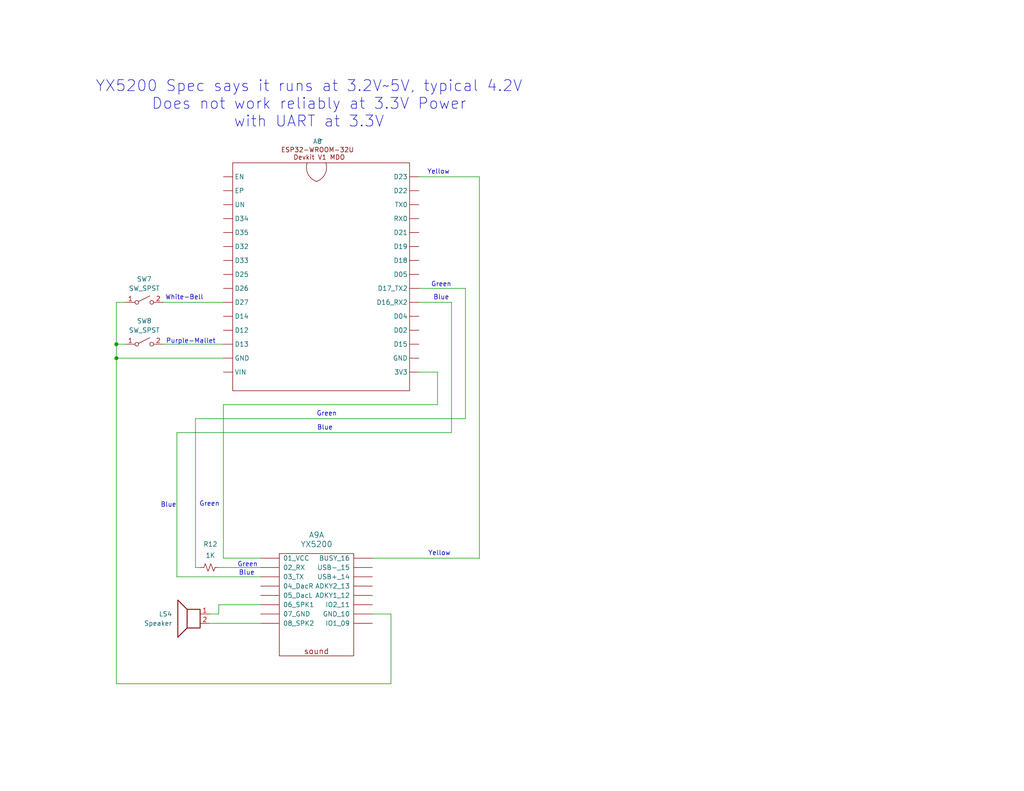
<source format=kicad_sch>
(kicad_sch (version 20250114) (generator "eeschema") (generator_version "9.0")
  (paper "USLetter")
  (title_block (title "Ring the Bell Prototypes") (date "2025-06-19") (company "https://github.com/Mark-MDO47/RingTheBell"))
  (lib_symbols
    (symbol "Device:R_Small_US" (pin_numbers (hide yes)) (pin_names (offset 0.254) (hide yes))
      (property "Reference" "R" (at 0.762 0.508 0))
      (property "Value" "R_Small_US" (at 0.762 -1.016 0))
      (symbol "R_Small_US_1_1"
        (pin passive line (at 0 2.54 270) (length 1.016) (name "~") (number "1"))
        (pin passive line (at 0 -2.54 90) (length 1.016) (name "~") (number "2"))
      )
    )
    (symbol "Device:Speaker" (pin_names (offset 0) (hide yes))
      (property "Reference" "LS" (at 1.27 5.715 0))
      (property "Value" "Speaker" (at 1.27 3.81 0))
      (symbol "Speaker_1_1"
        (pin input line (at -5.08 0 0) (length 2.54) (name "1") (number "1"))
        (pin input line (at -5.08 -2.54 0) (length 2.54) (name "2") (number "2"))
      )
    )
    (symbol "Switch:SW_SPST" (pin_names (offset 0) (hide yes))
      (property "Reference" "SW" (at 0 3.175 0))
      (property "Value" "SW_SPST" (at 0 -2.54 0))
      (symbol "SW_SPST_1_1"
        (pin passive line (at -5.08 0 0) (length 2.54) (name "A") (number "1"))
        (pin passive line (at 5.08 0 180) (length 2.54) (name "B") (number "2"))
      )
    )
    (symbol "YX5200_1" (pin_names (offset 1.016))
      (property "Reference" "A" (at 0 -2.54 0))
      (property "Value" "YX5200" (at 0 -5.08 0))
      (symbol "YX5200_1_0_0"
        (text "sound" (at 0 -7.62 0) (effects (font (size 1.524 1.524))))
      )
      (symbol "YX5200_1_1_1"
        (pin input line (at -15.24 17.78 0) (length 5.08) (name "01_VCC") (number "~"))
        (pin input line (at -15.24 15.24 0) (length 5.08) (name "02_RX") (number "~"))
        (pin input line (at -15.24 12.7 0) (length 5.08) (name "03_TX") (number "~"))
        (pin input line (at -15.24 10.16 0) (length 5.08) (name "04_DacR") (number "~"))
        (pin input line (at -15.24 7.62 0) (length 5.08) (name "05_DacL") (number "~"))
        (pin input line (at -15.24 5.08 0) (length 5.08) (name "06_SPK1") (number "~"))
        (pin input line (at -15.24 2.54 0) (length 5.08) (name "07_GND") (number "~"))
        (pin input line (at -15.24 0 0) (length 5.08) (name "08_SPK2") (number "~"))
        (pin input line (at 15.24 17.78 180) (length 5.08) (name "BUSY_16") (number "~"))
        (pin input line (at 15.24 15.24 180) (length 5.08) (name "USB-_15") (number "~"))
        (pin input line (at 15.24 12.7 180) (length 5.08) (name "USB+_14") (number "~"))
        (pin input line (at 15.24 10.16 180) (length 5.08) (name "ADKY2_13") (number "~"))
        (pin input line (at 15.24 7.62 180) (length 5.08) (name "ADKY1_12") (number "~"))
        (pin input line (at 15.24 5.08 180) (length 5.08) (name "IO2_11") (number "~"))
        (pin input line (at 15.24 2.54 180) (length 5.08) (name "GND_10") (number "~"))
        (pin input line (at 15.24 0 180) (length 5.08) (name "IO1_09") (number "~"))
      )
      (symbol "YX5200_1_2_1"
        (pin input line (at -15.24 17.78 0) (length 5.08) (name "01_VCC") (number "~"))
        (pin input line (at -15.24 15.24 0) (length 5.08) (name "02_RX") (number "~"))
        (pin input line (at -15.24 12.7 0) (length 5.08) (name "03_TX") (number "~"))
        (pin input line (at -15.24 10.16 0) (length 5.08) (name "04_DacR") (number "~"))
        (pin input line (at -15.24 7.62 0) (length 5.08) (name "05_DacL") (number "~"))
        (pin input line (at -15.24 5.08 0) (length 5.08) (name "06_SPK1") (number "~"))
        (pin input line (at -15.24 2.54 0) (length 5.08) (name "07_GND") (number "~"))
        (pin input line (at -15.24 0 0) (length 5.08) (name "08_SPK2") (number "~"))
        (pin input line (at 15.24 17.78 180) (length 5.08) (name "BUSY_16") (number "~"))
        (pin input line (at 15.24 15.24 180) (length 5.08) (name "USB-_15") (number "~"))
        (pin input line (at 15.24 12.7 180) (length 5.08) (name "USB+_14") (number "~"))
        (pin input line (at 15.24 10.16 180) (length 5.08) (name "ADKY2_13") (number "~"))
        (pin input line (at 15.24 7.62 180) (length 5.08) (name "ADKY1_12") (number "~"))
        (pin input line (at 15.24 5.08 180) (length 5.08) (name "IO2_11") (number "~"))
        (pin input line (at 15.24 2.54 180) (length 5.08) (name "GND_10") (number "~"))
        (pin input line (at 15.24 0 180) (length 5.08) (name "IO1_09") (number "~"))
      )
      (symbol "YX5200_1_3_1"
        (pin input line (at -15.24 17.78 0) (length 5.08) (name "01_VCC") (number "~"))
        (pin input line (at -15.24 15.24 0) (length 5.08) (name "02_RX") (number "~"))
        (pin input line (at -15.24 12.7 0) (length 5.08) (name "03_TX") (number "~"))
        (pin input line (at -15.24 10.16 0) (length 5.08) (name "04_DacR") (number "~"))
        (pin input line (at -15.24 7.62 0) (length 5.08) (name "05_DacL") (number "~"))
        (pin input line (at -15.24 5.08 0) (length 5.08) (name "06_SPK1") (number "~"))
        (pin input line (at -15.24 2.54 0) (length 5.08) (name "07_GND") (number "~"))
        (pin input line (at -15.24 0 0) (length 5.08) (name "08_SPK2") (number "~"))
        (pin input line (at 15.24 17.78 180) (length 5.08) (name "BUSY_16") (number "~"))
        (pin input line (at 15.24 15.24 180) (length 5.08) (name "USB-_15") (number "~"))
        (pin input line (at 15.24 12.7 180) (length 5.08) (name "USB+_14") (number "~"))
        (pin input line (at 15.24 10.16 180) (length 5.08) (name "ADKY2_13") (number "~"))
        (pin input line (at 15.24 7.62 180) (length 5.08) (name "ADKY1_12") (number "~"))
        (pin input line (at 15.24 5.08 180) (length 5.08) (name "IO2_11") (number "~"))
        (pin input line (at 15.24 2.54 180) (length 5.08) (name "GND_10") (number "~"))
        (pin input line (at 15.24 0 180) (length 5.08) (name "IO1_09") (number "~"))
      )
      (symbol "YX5200_1_4_1"
        (pin input line (at -15.24 17.78 0) (length 5.08) (name "01_VCC") (number "~"))
        (pin input line (at -15.24 15.24 0) (length 5.08) (name "02_RX") (number "~"))
        (pin input line (at -15.24 12.7 0) (length 5.08) (name "03_TX") (number "~"))
        (pin input line (at -15.24 10.16 0) (length 5.08) (name "04_DacR") (number "~"))
        (pin input line (at -15.24 7.62 0) (length 5.08) (name "05_DacL") (number "~"))
        (pin input line (at -15.24 5.08 0) (length 5.08) (name "06_SPK1") (number "~"))
        (pin input line (at -15.24 2.54 0) (length 5.08) (name "07_GND") (number "~"))
        (pin input line (at -15.24 0 0) (length 5.08) (name "08_SPK2") (number "~"))
        (pin input line (at 15.24 17.78 180) (length 5.08) (name "BUSY_16") (number "~"))
        (pin input line (at 15.24 15.24 180) (length 5.08) (name "USB-_15") (number "~"))
        (pin input line (at 15.24 12.7 180) (length 5.08) (name "USB+_14") (number "~"))
        (pin input line (at 15.24 10.16 180) (length 5.08) (name "ADKY2_13") (number "~"))
        (pin input line (at 15.24 7.62 180) (length 5.08) (name "ADKY1_12") (number "~"))
        (pin input line (at 15.24 5.08 180) (length 5.08) (name "IO2_11") (number "~"))
        (pin input line (at 15.24 2.54 180) (length 5.08) (name "GND_10") (number "~"))
        (pin input line (at 15.24 0 180) (length 5.08) (name "IO1_09") (number "~"))
      )
      (symbol "YX5200_1_5_1"
        (pin input line (at -15.24 17.78 0) (length 5.08) (name "01_VCC") (number "~"))
        (pin input line (at -15.24 15.24 0) (length 5.08) (name "02_RX") (number "~"))
        (pin input line (at -15.24 12.7 0) (length 5.08) (name "03_TX") (number "~"))
        (pin input line (at -15.24 10.16 0) (length 5.08) (name "04_DacR") (number "~"))
        (pin input line (at -15.24 7.62 0) (length 5.08) (name "05_DacL") (number "~"))
        (pin input line (at -15.24 5.08 0) (length 5.08) (name "06_SPK1") (number "~"))
        (pin input line (at -15.24 2.54 0) (length 5.08) (name "07_GND") (number "~"))
        (pin input line (at -15.24 0 0) (length 5.08) (name "08_SPK2") (number "~"))
        (pin input line (at 15.24 17.78 180) (length 5.08) (name "BUSY_16") (number "~"))
        (pin input line (at 15.24 15.24 180) (length 5.08) (name "USB-_15") (number "~"))
        (pin input line (at 15.24 12.7 180) (length 5.08) (name "USB+_14") (number "~"))
        (pin input line (at 15.24 10.16 180) (length 5.08) (name "ADKY2_13") (number "~"))
        (pin input line (at 15.24 7.62 180) (length 5.08) (name "ADKY1_12") (number "~"))
        (pin input line (at 15.24 5.08 180) (length 5.08) (name "IO2_11") (number "~"))
        (pin input line (at 15.24 2.54 180) (length 5.08) (name "GND_10") (number "~"))
        (pin input line (at 15.24 0 180) (length 5.08) (name "IO1_09") (number "~"))
      )
      (symbol "YX5200_1_6_1"
        (pin input line (at -15.24 17.78 0) (length 5.08) (name "01_VCC") (number "~"))
        (pin input line (at -15.24 15.24 0) (length 5.08) (name "02_RX") (number "~"))
        (pin input line (at -15.24 12.7 0) (length 5.08) (name "03_TX") (number "~"))
        (pin input line (at -15.24 10.16 0) (length 5.08) (name "04_DacR") (number "~"))
        (pin input line (at -15.24 7.62 0) (length 5.08) (name "05_DacL") (number "~"))
        (pin input line (at -15.24 5.08 0) (length 5.08) (name "06_SPK1") (number "~"))
        (pin input line (at -15.24 2.54 0) (length 5.08) (name "07_GND") (number "~"))
        (pin input line (at -15.24 0 0) (length 5.08) (name "08_SPK2") (number "~"))
        (pin input line (at 15.24 17.78 180) (length 5.08) (name "BUSY_16") (number "~"))
        (pin input line (at 15.24 15.24 180) (length 5.08) (name "USB-_15") (number "~"))
        (pin input line (at 15.24 12.7 180) (length 5.08) (name "USB+_14") (number "~"))
        (pin input line (at 15.24 10.16 180) (length 5.08) (name "ADKY2_13") (number "~"))
        (pin input line (at 15.24 7.62 180) (length 5.08) (name "ADKY1_12") (number "~"))
        (pin input line (at 15.24 5.08 180) (length 5.08) (name "IO2_11") (number "~"))
        (pin input line (at 15.24 2.54 180) (length 5.08) (name "GND_10") (number "~"))
        (pin input line (at 15.24 0 180) (length 5.08) (name "IO1_09") (number "~"))
      )
      (symbol "YX5200_1_7_1"
        (pin input line (at -15.24 17.78 0) (length 5.08) (name "01_VCC") (number "~"))
        (pin input line (at -15.24 15.24 0) (length 5.08) (name "02_RX") (number "~"))
        (pin input line (at -15.24 12.7 0) (length 5.08) (name "03_TX") (number "~"))
        (pin input line (at -15.24 10.16 0) (length 5.08) (name "04_DacR") (number "~"))
        (pin input line (at -15.24 7.62 0) (length 5.08) (name "05_DacL") (number "~"))
        (pin input line (at -15.24 5.08 0) (length 5.08) (name "06_SPK1") (number "~"))
        (pin input line (at -15.24 2.54 0) (length 5.08) (name "07_GND") (number "~"))
        (pin input line (at -15.24 0 0) (length 5.08) (name "08_SPK2") (number "~"))
        (pin input line (at 15.24 17.78 180) (length 5.08) (name "BUSY_16") (number "~"))
        (pin input line (at 15.24 15.24 180) (length 5.08) (name "USB-_15") (number "~"))
        (pin input line (at 15.24 12.7 180) (length 5.08) (name "USB+_14") (number "~"))
        (pin input line (at 15.24 10.16 180) (length 5.08) (name "ADKY2_13") (number "~"))
        (pin input line (at 15.24 7.62 180) (length 5.08) (name "ADKY1_12") (number "~"))
        (pin input line (at 15.24 5.08 180) (length 5.08) (name "IO2_11") (number "~"))
        (pin input line (at 15.24 2.54 180) (length 5.08) (name "GND_10") (number "~"))
        (pin input line (at 15.24 0 180) (length 5.08) (name "IO1_09") (number "~"))
      )
      (symbol "YX5200_1_8_1"
        (pin input line (at -15.24 17.78 0) (length 5.08) (name "01_VCC") (number "~"))
        (pin input line (at -15.24 15.24 0) (length 5.08) (name "02_RX") (number "~"))
        (pin input line (at -15.24 12.7 0) (length 5.08) (name "03_TX") (number "~"))
        (pin input line (at -15.24 10.16 0) (length 5.08) (name "04_DacR") (number "~"))
        (pin input line (at -15.24 7.62 0) (length 5.08) (name "05_DacL") (number "~"))
        (pin input line (at -15.24 5.08 0) (length 5.08) (name "06_SPK1") (number "~"))
        (pin input line (at -15.24 2.54 0) (length 5.08) (name "07_GND") (number "~"))
        (pin input line (at -15.24 0 0) (length 5.08) (name "08_SPK2") (number "~"))
        (pin input line (at 15.24 17.78 180) (length 5.08) (name "BUSY_16") (number "~"))
        (pin input line (at 15.24 15.24 180) (length 5.08) (name "USB-_15") (number "~"))
        (pin input line (at 15.24 12.7 180) (length 5.08) (name "USB+_14") (number "~"))
        (pin input line (at 15.24 10.16 180) (length 5.08) (name "ADKY2_13") (number "~"))
        (pin input line (at 15.24 7.62 180) (length 5.08) (name "ADKY1_12") (number "~"))
        (pin input line (at 15.24 5.08 180) (length 5.08) (name "IO2_11") (number "~"))
        (pin input line (at 15.24 2.54 180) (length 5.08) (name "GND_10") (number "~"))
        (pin input line (at 15.24 0 180) (length 5.08) (name "IO1_09") (number "~"))
      )
      (symbol "YX5200_1_9_1"
        (pin input line (at -15.24 17.78 0) (length 5.08) (name "01_VCC") (number "~"))
        (pin input line (at -15.24 15.24 0) (length 5.08) (name "02_RX") (number "~"))
        (pin input line (at -15.24 12.7 0) (length 5.08) (name "03_TX") (number "~"))
        (pin input line (at -15.24 10.16 0) (length 5.08) (name "04_DacR") (number "~"))
        (pin input line (at -15.24 7.62 0) (length 5.08) (name "05_DacL") (number "~"))
        (pin input line (at -15.24 5.08 0) (length 5.08) (name "06_SPK1") (number "~"))
        (pin input line (at -15.24 2.54 0) (length 5.08) (name "07_GND") (number "~"))
        (pin input line (at -15.24 0 0) (length 5.08) (name "08_SPK2") (number "~"))
        (pin input line (at 15.24 17.78 180) (length 5.08) (name "BUSY_16") (number "~"))
        (pin input line (at 15.24 15.24 180) (length 5.08) (name "USB-_15") (number "~"))
        (pin input line (at 15.24 12.7 180) (length 5.08) (name "USB+_14") (number "~"))
        (pin input line (at 15.24 10.16 180) (length 5.08) (name "ADKY2_13") (number "~"))
        (pin input line (at 15.24 7.62 180) (length 5.08) (name "ADKY1_12") (number "~"))
        (pin input line (at 15.24 5.08 180) (length 5.08) (name "IO2_11") (number "~"))
        (pin input line (at 15.24 2.54 180) (length 5.08) (name "GND_10") (number "~"))
        (pin input line (at 15.24 0 180) (length 5.08) (name "IO1_09") (number "~"))
      )
      (symbol "YX5200_1_10_1"
        (pin input line (at -15.24 17.78 0) (length 5.08) (name "01_VCC") (number "~"))
        (pin input line (at -15.24 15.24 0) (length 5.08) (name "02_RX") (number "~"))
        (pin input line (at -15.24 12.7 0) (length 5.08) (name "03_TX") (number "~"))
        (pin input line (at -15.24 10.16 0) (length 5.08) (name "04_DacR") (number "~"))
        (pin input line (at -15.24 7.62 0) (length 5.08) (name "05_DacL") (number "~"))
        (pin input line (at -15.24 5.08 0) (length 5.08) (name "06_SPK1") (number "~"))
        (pin input line (at -15.24 2.54 0) (length 5.08) (name "07_GND") (number "~"))
        (pin input line (at -15.24 0 0) (length 5.08) (name "08_SPK2") (number "~"))
        (pin input line (at 15.24 17.78 180) (length 5.08) (name "BUSY_16") (number "~"))
        (pin input line (at 15.24 15.24 180) (length 5.08) (name "USB-_15") (number "~"))
        (pin input line (at 15.24 12.7 180) (length 5.08) (name "USB+_14") (number "~"))
        (pin input line (at 15.24 10.16 180) (length 5.08) (name "ADKY2_13") (number "~"))
        (pin input line (at 15.24 7.62 180) (length 5.08) (name "ADKY1_12") (number "~"))
        (pin input line (at 15.24 5.08 180) (length 5.08) (name "IO2_11") (number "~"))
        (pin input line (at 15.24 2.54 180) (length 5.08) (name "GND_10") (number "~"))
        (pin input line (at 15.24 0 180) (length 5.08) (name "IO1_09") (number "~"))
      )
      (symbol "YX5200_1_11_1"
        (pin input line (at -15.24 17.78 0) (length 5.08) (name "01_VCC") (number "~"))
        (pin input line (at -15.24 15.24 0) (length 5.08) (name "02_RX") (number "~"))
        (pin input line (at -15.24 12.7 0) (length 5.08) (name "03_TX") (number "~"))
        (pin input line (at -15.24 10.16 0) (length 5.08) (name "04_DacR") (number "~"))
        (pin input line (at -15.24 7.62 0) (length 5.08) (name "05_DacL") (number "~"))
        (pin input line (at -15.24 5.08 0) (length 5.08) (name "06_SPK1") (number "~"))
        (pin input line (at -15.24 2.54 0) (length 5.08) (name "07_GND") (number "~"))
        (pin input line (at -15.24 0 0) (length 5.08) (name "08_SPK2") (number "~"))
        (pin input line (at 15.24 17.78 180) (length 5.08) (name "BUSY_16") (number "~"))
        (pin input line (at 15.24 15.24 180) (length 5.08) (name "USB-_15") (number "~"))
        (pin input line (at 15.24 12.7 180) (length 5.08) (name "USB+_14") (number "~"))
        (pin input line (at 15.24 10.16 180) (length 5.08) (name "ADKY2_13") (number "~"))
        (pin input line (at 15.24 7.62 180) (length 5.08) (name "ADKY1_12") (number "~"))
        (pin input line (at 15.24 5.08 180) (length 5.08) (name "IO2_11") (number "~"))
        (pin input line (at 15.24 2.54 180) (length 5.08) (name "GND_10") (number "~"))
        (pin input line (at 15.24 0 180) (length 5.08) (name "IO1_09") (number "~"))
      )
      (symbol "YX5200_1_12_1"
        (pin input line (at -15.24 17.78 0) (length 5.08) (name "01_VCC") (number "~"))
        (pin input line (at -15.24 15.24 0) (length 5.08) (name "02_RX") (number "~"))
        (pin input line (at -15.24 12.7 0) (length 5.08) (name "03_TX") (number "~"))
        (pin input line (at -15.24 10.16 0) (length 5.08) (name "04_DacR") (number "~"))
        (pin input line (at -15.24 7.62 0) (length 5.08) (name "05_DacL") (number "~"))
        (pin input line (at -15.24 5.08 0) (length 5.08) (name "06_SPK1") (number "~"))
        (pin input line (at -15.24 2.54 0) (length 5.08) (name "07_GND") (number "~"))
        (pin input line (at -15.24 0 0) (length 5.08) (name "08_SPK2") (number "~"))
        (pin input line (at 15.24 17.78 180) (length 5.08) (name "BUSY_16") (number "~"))
        (pin input line (at 15.24 15.24 180) (length 5.08) (name "USB-_15") (number "~"))
        (pin input line (at 15.24 12.7 180) (length 5.08) (name "USB+_14") (number "~"))
        (pin input line (at 15.24 10.16 180) (length 5.08) (name "ADKY2_13") (number "~"))
        (pin input line (at 15.24 7.62 180) (length 5.08) (name "ADKY1_12") (number "~"))
        (pin input line (at 15.24 5.08 180) (length 5.08) (name "IO2_11") (number "~"))
        (pin input line (at 15.24 2.54 180) (length 5.08) (name "GND_10") (number "~"))
        (pin input line (at 15.24 0 180) (length 5.08) (name "IO1_09") (number "~"))
      )
      (symbol "YX5200_1_13_1"
        (pin input line (at -15.24 17.78 0) (length 5.08) (name "01_VCC") (number "~"))
        (pin input line (at -15.24 15.24 0) (length 5.08) (name "02_RX") (number "~"))
        (pin input line (at -15.24 12.7 0) (length 5.08) (name "03_TX") (number "~"))
        (pin input line (at -15.24 10.16 0) (length 5.08) (name "04_DacR") (number "~"))
        (pin input line (at -15.24 7.62 0) (length 5.08) (name "05_DacL") (number "~"))
        (pin input line (at -15.24 5.08 0) (length 5.08) (name "06_SPK1") (number "~"))
        (pin input line (at -15.24 2.54 0) (length 5.08) (name "07_GND") (number "~"))
        (pin input line (at -15.24 0 0) (length 5.08) (name "08_SPK2") (number "~"))
        (pin input line (at 15.24 17.78 180) (length 5.08) (name "BUSY_16") (number "~"))
        (pin input line (at 15.24 15.24 180) (length 5.08) (name "USB-_15") (number "~"))
        (pin input line (at 15.24 12.7 180) (length 5.08) (name "USB+_14") (number "~"))
        (pin input line (at 15.24 10.16 180) (length 5.08) (name "ADKY2_13") (number "~"))
        (pin input line (at 15.24 7.62 180) (length 5.08) (name "ADKY1_12") (number "~"))
        (pin input line (at 15.24 5.08 180) (length 5.08) (name "IO2_11") (number "~"))
        (pin input line (at 15.24 2.54 180) (length 5.08) (name "GND_10") (number "~"))
        (pin input line (at 15.24 0 180) (length 5.08) (name "IO1_09") (number "~"))
      )
      (symbol "YX5200_1_14_1"
        (pin input line (at -15.24 17.78 0) (length 5.08) (name "01_VCC") (number "~"))
        (pin input line (at -15.24 15.24 0) (length 5.08) (name "02_RX") (number "~"))
        (pin input line (at -15.24 12.7 0) (length 5.08) (name "03_TX") (number "~"))
        (pin input line (at -15.24 10.16 0) (length 5.08) (name "04_DacR") (number "~"))
        (pin input line (at -15.24 7.62 0) (length 5.08) (name "05_DacL") (number "~"))
        (pin input line (at -15.24 5.08 0) (length 5.08) (name "06_SPK1") (number "~"))
        (pin input line (at -15.24 2.54 0) (length 5.08) (name "07_GND") (number "~"))
        (pin input line (at -15.24 0 0) (length 5.08) (name "08_SPK2") (number "~"))
        (pin input line (at 15.24 17.78 180) (length 5.08) (name "BUSY_16") (number "~"))
        (pin input line (at 15.24 15.24 180) (length 5.08) (name "USB-_15") (number "~"))
        (pin input line (at 15.24 12.7 180) (length 5.08) (name "USB+_14") (number "~"))
        (pin input line (at 15.24 10.16 180) (length 5.08) (name "ADKY2_13") (number "~"))
        (pin input line (at 15.24 7.62 180) (length 5.08) (name "ADKY1_12") (number "~"))
        (pin input line (at 15.24 5.08 180) (length 5.08) (name "IO2_11") (number "~"))
        (pin input line (at 15.24 2.54 180) (length 5.08) (name "GND_10") (number "~"))
        (pin input line (at 15.24 0 180) (length 5.08) (name "IO1_09") (number "~"))
      )
      (symbol "YX5200_1_15_1"
        (pin input line (at -15.24 17.78 0) (length 5.08) (name "01_VCC") (number "~"))
        (pin input line (at -15.24 15.24 0) (length 5.08) (name "02_RX") (number "~"))
        (pin input line (at -15.24 12.7 0) (length 5.08) (name "03_TX") (number "~"))
        (pin input line (at -15.24 10.16 0) (length 5.08) (name "04_DacR") (number "~"))
        (pin input line (at -15.24 7.62 0) (length 5.08) (name "05_DacL") (number "~"))
        (pin input line (at -15.24 5.08 0) (length 5.08) (name "06_SPK1") (number "~"))
        (pin input line (at -15.24 2.54 0) (length 5.08) (name "07_GND") (number "~"))
        (pin input line (at -15.24 0 0) (length 5.08) (name "08_SPK2") (number "~"))
        (pin input line (at 15.24 17.78 180) (length 5.08) (name "BUSY_16") (number "~"))
        (pin input line (at 15.24 15.24 180) (length 5.08) (name "USB-_15") (number "~"))
        (pin input line (at 15.24 12.7 180) (length 5.08) (name "USB+_14") (number "~"))
        (pin input line (at 15.24 10.16 180) (length 5.08) (name "ADKY2_13") (number "~"))
        (pin input line (at 15.24 7.62 180) (length 5.08) (name "ADKY1_12") (number "~"))
        (pin input line (at 15.24 5.08 180) (length 5.08) (name "IO2_11") (number "~"))
        (pin input line (at 15.24 2.54 180) (length 5.08) (name "GND_10") (number "~"))
        (pin input line (at 15.24 0 180) (length 5.08) (name "IO1_09") (number "~"))
      )
      (symbol "YX5200_1_16_1"
        (pin input line (at -15.24 17.78 0) (length 5.08) (name "01_VCC") (number "~"))
        (pin input line (at -15.24 15.24 0) (length 5.08) (name "02_RX") (number "~"))
        (pin input line (at -15.24 12.7 0) (length 5.08) (name "03_TX") (number "~"))
        (pin input line (at -15.24 10.16 0) (length 5.08) (name "04_DacR") (number "~"))
        (pin input line (at -15.24 7.62 0) (length 5.08) (name "05_DacL") (number "~"))
        (pin input line (at -15.24 5.08 0) (length 5.08) (name "06_SPK1") (number "~"))
        (pin input line (at -15.24 2.54 0) (length 5.08) (name "07_GND") (number "~"))
        (pin input line (at -15.24 0 0) (length 5.08) (name "08_SPK2") (number "~"))
        (pin input line (at 15.24 17.78 180) (length 5.08) (name "BUSY_16") (number "~"))
        (pin input line (at 15.24 15.24 180) (length 5.08) (name "USB-_15") (number "~"))
        (pin input line (at 15.24 12.7 180) (length 5.08) (name "USB+_14") (number "~"))
        (pin input line (at 15.24 10.16 180) (length 5.08) (name "ADKY2_13") (number "~"))
        (pin input line (at 15.24 7.62 180) (length 5.08) (name "ADKY1_12") (number "~"))
        (pin input line (at 15.24 5.08 180) (length 5.08) (name "IO2_11") (number "~"))
        (pin input line (at 15.24 2.54 180) (length 5.08) (name "GND_10") (number "~"))
        (pin input line (at 15.24 0 180) (length 5.08) (name "IO1_09") (number "~"))
      )
      (symbol "YX5200_1_17_1"
        (pin input line (at -15.24 17.78 0) (length 5.08) (name "01_VCC") (number "~"))
        (pin input line (at -15.24 15.24 0) (length 5.08) (name "02_RX") (number "~"))
        (pin input line (at -15.24 12.7 0) (length 5.08) (name "03_TX") (number "~"))
        (pin input line (at -15.24 10.16 0) (length 5.08) (name "04_DacR") (number "~"))
        (pin input line (at -15.24 7.62 0) (length 5.08) (name "05_DacL") (number "~"))
        (pin input line (at -15.24 5.08 0) (length 5.08) (name "06_SPK1") (number "~"))
        (pin input line (at -15.24 2.54 0) (length 5.08) (name "07_GND") (number "~"))
        (pin input line (at -15.24 0 0) (length 5.08) (name "08_SPK2") (number "~"))
        (pin input line (at 15.24 17.78 180) (length 5.08) (name "BUSY_16") (number "~"))
        (pin input line (at 15.24 15.24 180) (length 5.08) (name "USB-_15") (number "~"))
        (pin input line (at 15.24 12.7 180) (length 5.08) (name "USB+_14") (number "~"))
        (pin input line (at 15.24 10.16 180) (length 5.08) (name "ADKY2_13") (number "~"))
        (pin input line (at 15.24 7.62 180) (length 5.08) (name "ADKY1_12") (number "~"))
        (pin input line (at 15.24 5.08 180) (length 5.08) (name "IO2_11") (number "~"))
        (pin input line (at 15.24 2.54 180) (length 5.08) (name "GND_10") (number "~"))
        (pin input line (at 15.24 0 180) (length 5.08) (name "IO1_09") (number "~"))
      )
      (symbol "YX5200_1_18_1"
        (pin input line (at -15.24 17.78 0) (length 5.08) (name "01_VCC") (number "~"))
        (pin input line (at -15.24 15.24 0) (length 5.08) (name "02_RX") (number "~"))
        (pin input line (at -15.24 12.7 0) (length 5.08) (name "03_TX") (number "~"))
        (pin input line (at -15.24 10.16 0) (length 5.08) (name "04_DacR") (number "~"))
        (pin input line (at -15.24 7.62 0) (length 5.08) (name "05_DacL") (number "~"))
        (pin input line (at -15.24 5.08 0) (length 5.08) (name "06_SPK1") (number "~"))
        (pin input line (at -15.24 2.54 0) (length 5.08) (name "07_GND") (number "~"))
        (pin input line (at -15.24 0 0) (length 5.08) (name "08_SPK2") (number "~"))
        (pin input line (at 15.24 17.78 180) (length 5.08) (name "BUSY_16") (number "~"))
        (pin input line (at 15.24 15.24 180) (length 5.08) (name "USB-_15") (number "~"))
        (pin input line (at 15.24 12.7 180) (length 5.08) (name "USB+_14") (number "~"))
        (pin input line (at 15.24 10.16 180) (length 5.08) (name "ADKY2_13") (number "~"))
        (pin input line (at 15.24 7.62 180) (length 5.08) (name "ADKY1_12") (number "~"))
        (pin input line (at 15.24 5.08 180) (length 5.08) (name "IO2_11") (number "~"))
        (pin input line (at 15.24 2.54 180) (length 5.08) (name "GND_10") (number "~"))
        (pin input line (at 15.24 0 180) (length 5.08) (name "IO1_09") (number "~"))
      )
      (symbol "YX5200_1_19_1"
        (pin input line (at -15.24 17.78 0) (length 5.08) (name "01_VCC") (number "~"))
        (pin input line (at -15.24 15.24 0) (length 5.08) (name "02_RX") (number "~"))
        (pin input line (at -15.24 12.7 0) (length 5.08) (name "03_TX") (number "~"))
        (pin input line (at -15.24 10.16 0) (length 5.08) (name "04_DacR") (number "~"))
        (pin input line (at -15.24 7.62 0) (length 5.08) (name "05_DacL") (number "~"))
        (pin input line (at -15.24 5.08 0) (length 5.08) (name "06_SPK1") (number "~"))
        (pin input line (at -15.24 2.54 0) (length 5.08) (name "07_GND") (number "~"))
        (pin input line (at -15.24 0 0) (length 5.08) (name "08_SPK2") (number "~"))
        (pin input line (at 15.24 17.78 180) (length 5.08) (name "BUSY_16") (number "~"))
        (pin input line (at 15.24 15.24 180) (length 5.08) (name "USB-_15") (number "~"))
        (pin input line (at 15.24 12.7 180) (length 5.08) (name "USB+_14") (number "~"))
        (pin input line (at 15.24 10.16 180) (length 5.08) (name "ADKY2_13") (number "~"))
        (pin input line (at 15.24 7.62 180) (length 5.08) (name "ADKY1_12") (number "~"))
        (pin input line (at 15.24 5.08 180) (length 5.08) (name "IO2_11") (number "~"))
        (pin input line (at 15.24 2.54 180) (length 5.08) (name "GND_10") (number "~"))
        (pin input line (at 15.24 0 180) (length 5.08) (name "IO1_09") (number "~"))
      )
      (symbol "YX5200_1_20_1"
        (pin input line (at -15.24 17.78 0) (length 5.08) (name "01_VCC") (number "~"))
        (pin input line (at -15.24 15.24 0) (length 5.08) (name "02_RX") (number "~"))
        (pin input line (at -15.24 12.7 0) (length 5.08) (name "03_TX") (number "~"))
        (pin input line (at -15.24 10.16 0) (length 5.08) (name "04_DacR") (number "~"))
        (pin input line (at -15.24 7.62 0) (length 5.08) (name "05_DacL") (number "~"))
        (pin input line (at -15.24 5.08 0) (length 5.08) (name "06_SPK1") (number "~"))
        (pin input line (at -15.24 2.54 0) (length 5.08) (name "07_GND") (number "~"))
        (pin input line (at -15.24 0 0) (length 5.08) (name "08_SPK2") (number "~"))
        (pin input line (at 15.24 17.78 180) (length 5.08) (name "BUSY_16") (number "~"))
        (pin input line (at 15.24 15.24 180) (length 5.08) (name "USB-_15") (number "~"))
        (pin input line (at 15.24 12.7 180) (length 5.08) (name "USB+_14") (number "~"))
        (pin input line (at 15.24 10.16 180) (length 5.08) (name "ADKY2_13") (number "~"))
        (pin input line (at 15.24 7.62 180) (length 5.08) (name "ADKY1_12") (number "~"))
        (pin input line (at 15.24 5.08 180) (length 5.08) (name "IO2_11") (number "~"))
        (pin input line (at 15.24 2.54 180) (length 5.08) (name "GND_10") (number "~"))
        (pin input line (at 15.24 0 180) (length 5.08) (name "IO1_09") (number "~"))
      )
      (symbol "YX5200_1_21_1"
        (pin input line (at -15.24 17.78 0) (length 5.08) (name "01_VCC") (number "~"))
        (pin input line (at -15.24 15.24 0) (length 5.08) (name "02_RX") (number "~"))
        (pin input line (at -15.24 12.7 0) (length 5.08) (name "03_TX") (number "~"))
        (pin input line (at -15.24 10.16 0) (length 5.08) (name "04_DacR") (number "~"))
        (pin input line (at -15.24 7.62 0) (length 5.08) (name "05_DacL") (number "~"))
        (pin input line (at -15.24 5.08 0) (length 5.08) (name "06_SPK1") (number "~"))
        (pin input line (at -15.24 2.54 0) (length 5.08) (name "07_GND") (number "~"))
        (pin input line (at -15.24 0 0) (length 5.08) (name "08_SPK2") (number "~"))
        (pin input line (at 15.24 17.78 180) (length 5.08) (name "BUSY_16") (number "~"))
        (pin input line (at 15.24 15.24 180) (length 5.08) (name "USB-_15") (number "~"))
        (pin input line (at 15.24 12.7 180) (length 5.08) (name "USB+_14") (number "~"))
        (pin input line (at 15.24 10.16 180) (length 5.08) (name "ADKY2_13") (number "~"))
        (pin input line (at 15.24 7.62 180) (length 5.08) (name "ADKY1_12") (number "~"))
        (pin input line (at 15.24 5.08 180) (length 5.08) (name "IO2_11") (number "~"))
        (pin input line (at 15.24 2.54 180) (length 5.08) (name "GND_10") (number "~"))
        (pin input line (at 15.24 0 180) (length 5.08) (name "IO1_09") (number "~"))
      )
      (symbol "YX5200_1_22_1"
        (pin input line (at -15.24 17.78 0) (length 5.08) (name "01_VCC") (number "~"))
        (pin input line (at -15.24 15.24 0) (length 5.08) (name "02_RX") (number "~"))
        (pin input line (at -15.24 12.7 0) (length 5.08) (name "03_TX") (number "~"))
        (pin input line (at -15.24 10.16 0) (length 5.08) (name "04_DacR") (number "~"))
        (pin input line (at -15.24 7.62 0) (length 5.08) (name "05_DacL") (number "~"))
        (pin input line (at -15.24 5.08 0) (length 5.08) (name "06_SPK1") (number "~"))
        (pin input line (at -15.24 2.54 0) (length 5.08) (name "07_GND") (number "~"))
        (pin input line (at -15.24 0 0) (length 5.08) (name "08_SPK2") (number "~"))
        (pin input line (at 15.24 17.78 180) (length 5.08) (name "BUSY_16") (number "~"))
        (pin input line (at 15.24 15.24 180) (length 5.08) (name "USB-_15") (number "~"))
        (pin input line (at 15.24 12.7 180) (length 5.08) (name "USB+_14") (number "~"))
        (pin input line (at 15.24 10.16 180) (length 5.08) (name "ADKY2_13") (number "~"))
        (pin input line (at 15.24 7.62 180) (length 5.08) (name "ADKY1_12") (number "~"))
        (pin input line (at 15.24 5.08 180) (length 5.08) (name "IO2_11") (number "~"))
        (pin input line (at 15.24 2.54 180) (length 5.08) (name "GND_10") (number "~"))
        (pin input line (at 15.24 0 180) (length 5.08) (name "IO1_09") (number "~"))
      )
      (symbol "YX5200_1_23_1"
        (pin input line (at -15.24 17.78 0) (length 5.08) (name "01_VCC") (number "~"))
        (pin input line (at -15.24 15.24 0) (length 5.08) (name "02_RX") (number "~"))
        (pin input line (at -15.24 12.7 0) (length 5.08) (name "03_TX") (number "~"))
        (pin input line (at -15.24 10.16 0) (length 5.08) (name "04_DacR") (number "~"))
        (pin input line (at -15.24 7.62 0) (length 5.08) (name "05_DacL") (number "~"))
        (pin input line (at -15.24 5.08 0) (length 5.08) (name "06_SPK1") (number "~"))
        (pin input line (at -15.24 2.54 0) (length 5.08) (name "07_GND") (number "~"))
        (pin input line (at -15.24 0 0) (length 5.08) (name "08_SPK2") (number "~"))
        (pin input line (at 15.24 17.78 180) (length 5.08) (name "BUSY_16") (number "~"))
        (pin input line (at 15.24 15.24 180) (length 5.08) (name "USB-_15") (number "~"))
        (pin input line (at 15.24 12.7 180) (length 5.08) (name "USB+_14") (number "~"))
        (pin input line (at 15.24 10.16 180) (length 5.08) (name "ADKY2_13") (number "~"))
        (pin input line (at 15.24 7.62 180) (length 5.08) (name "ADKY1_12") (number "~"))
        (pin input line (at 15.24 5.08 180) (length 5.08) (name "IO2_11") (number "~"))
        (pin input line (at 15.24 2.54 180) (length 5.08) (name "GND_10") (number "~"))
        (pin input line (at 15.24 0 180) (length 5.08) (name "IO1_09") (number "~"))
      )
      (symbol "YX5200_1_24_1"
        (pin input line (at -15.24 17.78 0) (length 5.08) (name "01_VCC") (number "~"))
        (pin input line (at -15.24 15.24 0) (length 5.08) (name "02_RX") (number "~"))
        (pin input line (at -15.24 12.7 0) (length 5.08) (name "03_TX") (number "~"))
        (pin input line (at -15.24 10.16 0) (length 5.08) (name "04_DacR") (number "~"))
        (pin input line (at -15.24 7.62 0) (length 5.08) (name "05_DacL") (number "~"))
        (pin input line (at -15.24 5.08 0) (length 5.08) (name "06_SPK1") (number "~"))
        (pin input line (at -15.24 2.54 0) (length 5.08) (name "07_GND") (number "~"))
        (pin input line (at -15.24 0 0) (length 5.08) (name "08_SPK2") (number "~"))
        (pin input line (at 15.24 17.78 180) (length 5.08) (name "BUSY_16") (number "~"))
        (pin input line (at 15.24 15.24 180) (length 5.08) (name "USB-_15") (number "~"))
        (pin input line (at 15.24 12.7 180) (length 5.08) (name "USB+_14") (number "~"))
        (pin input line (at 15.24 10.16 180) (length 5.08) (name "ADKY2_13") (number "~"))
        (pin input line (at 15.24 7.62 180) (length 5.08) (name "ADKY1_12") (number "~"))
        (pin input line (at 15.24 5.08 180) (length 5.08) (name "IO2_11") (number "~"))
        (pin input line (at 15.24 2.54 180) (length 5.08) (name "GND_10") (number "~"))
        (pin input line (at 15.24 0 180) (length 5.08) (name "IO1_09") (number "~"))
      )
      (symbol "YX5200_1_25_1"
        (pin input line (at -15.24 17.78 0) (length 5.08) (name "01_VCC") (number "~"))
        (pin input line (at -15.24 15.24 0) (length 5.08) (name "02_RX") (number "~"))
        (pin input line (at -15.24 12.7 0) (length 5.08) (name "03_TX") (number "~"))
        (pin input line (at -15.24 10.16 0) (length 5.08) (name "04_DacR") (number "~"))
        (pin input line (at -15.24 7.62 0) (length 5.08) (name "05_DacL") (number "~"))
        (pin input line (at -15.24 5.08 0) (length 5.08) (name "06_SPK1") (number "~"))
        (pin input line (at -15.24 2.54 0) (length 5.08) (name "07_GND") (number "~"))
        (pin input line (at -15.24 0 0) (length 5.08) (name "08_SPK2") (number "~"))
        (pin input line (at 15.24 17.78 180) (length 5.08) (name "BUSY_16") (number "~"))
        (pin input line (at 15.24 15.24 180) (length 5.08) (name "USB-_15") (number "~"))
        (pin input line (at 15.24 12.7 180) (length 5.08) (name "USB+_14") (number "~"))
        (pin input line (at 15.24 10.16 180) (length 5.08) (name "ADKY2_13") (number "~"))
        (pin input line (at 15.24 7.62 180) (length 5.08) (name "ADKY1_12") (number "~"))
        (pin input line (at 15.24 5.08 180) (length 5.08) (name "IO2_11") (number "~"))
        (pin input line (at 15.24 2.54 180) (length 5.08) (name "GND_10") (number "~"))
        (pin input line (at 15.24 0 180) (length 5.08) (name "IO1_09") (number "~"))
      )
      (symbol "YX5200_1_26_1"
        (pin input line (at -15.24 17.78 0) (length 5.08) (name "01_VCC") (number "~"))
        (pin input line (at -15.24 15.24 0) (length 5.08) (name "02_RX") (number "~"))
        (pin input line (at -15.24 12.7 0) (length 5.08) (name "03_TX") (number "~"))
        (pin input line (at -15.24 10.16 0) (length 5.08) (name "04_DacR") (number "~"))
        (pin input line (at -15.24 7.62 0) (length 5.08) (name "05_DacL") (number "~"))
        (pin input line (at -15.24 5.08 0) (length 5.08) (name "06_SPK1") (number "~"))
        (pin input line (at -15.24 2.54 0) (length 5.08) (name "07_GND") (number "~"))
        (pin input line (at -15.24 0 0) (length 5.08) (name "08_SPK2") (number "~"))
        (pin input line (at 15.24 17.78 180) (length 5.08) (name "BUSY_16") (number "~"))
        (pin input line (at 15.24 15.24 180) (length 5.08) (name "USB-_15") (number "~"))
        (pin input line (at 15.24 12.7 180) (length 5.08) (name "USB+_14") (number "~"))
        (pin input line (at 15.24 10.16 180) (length 5.08) (name "ADKY2_13") (number "~"))
        (pin input line (at 15.24 7.62 180) (length 5.08) (name "ADKY1_12") (number "~"))
        (pin input line (at 15.24 5.08 180) (length 5.08) (name "IO2_11") (number "~"))
        (pin input line (at 15.24 2.54 180) (length 5.08) (name "GND_10") (number "~"))
        (pin input line (at 15.24 0 180) (length 5.08) (name "IO1_09") (number "~"))
      )
      (symbol "YX5200_1_27_1"
        (pin input line (at -15.24 17.78 0) (length 5.08) (name "01_VCC") (number "~"))
        (pin input line (at -15.24 15.24 0) (length 5.08) (name "02_RX") (number "~"))
        (pin input line (at -15.24 12.7 0) (length 5.08) (name "03_TX") (number "~"))
        (pin input line (at -15.24 10.16 0) (length 5.08) (name "04_DacR") (number "~"))
        (pin input line (at -15.24 7.62 0) (length 5.08) (name "05_DacL") (number "~"))
        (pin input line (at -15.24 5.08 0) (length 5.08) (name "06_SPK1") (number "~"))
        (pin input line (at -15.24 2.54 0) (length 5.08) (name "07_GND") (number "~"))
        (pin input line (at -15.24 0 0) (length 5.08) (name "08_SPK2") (number "~"))
        (pin input line (at 15.24 17.78 180) (length 5.08) (name "BUSY_16") (number "~"))
        (pin input line (at 15.24 15.24 180) (length 5.08) (name "USB-_15") (number "~"))
        (pin input line (at 15.24 12.7 180) (length 5.08) (name "USB+_14") (number "~"))
        (pin input line (at 15.24 10.16 180) (length 5.08) (name "ADKY2_13") (number "~"))
        (pin input line (at 15.24 7.62 180) (length 5.08) (name "ADKY1_12") (number "~"))
        (pin input line (at 15.24 5.08 180) (length 5.08) (name "IO2_11") (number "~"))
        (pin input line (at 15.24 2.54 180) (length 5.08) (name "GND_10") (number "~"))
        (pin input line (at 15.24 0 180) (length 5.08) (name "IO1_09") (number "~"))
      )
      (symbol "YX5200_1_28_1"
        (pin input line (at -15.24 17.78 0) (length 5.08) (name "01_VCC") (number "~"))
        (pin input line (at -15.24 15.24 0) (length 5.08) (name "02_RX") (number "~"))
        (pin input line (at -15.24 12.7 0) (length 5.08) (name "03_TX") (number "~"))
        (pin input line (at -15.24 10.16 0) (length 5.08) (name "04_DacR") (number "~"))
        (pin input line (at -15.24 7.62 0) (length 5.08) (name "05_DacL") (number "~"))
        (pin input line (at -15.24 5.08 0) (length 5.08) (name "06_SPK1") (number "~"))
        (pin input line (at -15.24 2.54 0) (length 5.08) (name "07_GND") (number "~"))
        (pin input line (at -15.24 0 0) (length 5.08) (name "08_SPK2") (number "~"))
        (pin input line (at 15.24 17.78 180) (length 5.08) (name "BUSY_16") (number "~"))
        (pin input line (at 15.24 15.24 180) (length 5.08) (name "USB-_15") (number "~"))
        (pin input line (at 15.24 12.7 180) (length 5.08) (name "USB+_14") (number "~"))
        (pin input line (at 15.24 10.16 180) (length 5.08) (name "ADKY2_13") (number "~"))
        (pin input line (at 15.24 7.62 180) (length 5.08) (name "ADKY1_12") (number "~"))
        (pin input line (at 15.24 5.08 180) (length 5.08) (name "IO2_11") (number "~"))
        (pin input line (at 15.24 2.54 180) (length 5.08) (name "GND_10") (number "~"))
        (pin input line (at 15.24 0 180) (length 5.08) (name "IO1_09") (number "~"))
      )
      (symbol "YX5200_1_29_1"
        (pin input line (at -15.24 17.78 0) (length 5.08) (name "01_VCC") (number "~"))
        (pin input line (at -15.24 15.24 0) (length 5.08) (name "02_RX") (number "~"))
        (pin input line (at -15.24 12.7 0) (length 5.08) (name "03_TX") (number "~"))
        (pin input line (at -15.24 10.16 0) (length 5.08) (name "04_DacR") (number "~"))
        (pin input line (at -15.24 7.62 0) (length 5.08) (name "05_DacL") (number "~"))
        (pin input line (at -15.24 5.08 0) (length 5.08) (name "06_SPK1") (number "~"))
        (pin input line (at -15.24 2.54 0) (length 5.08) (name "07_GND") (number "~"))
        (pin input line (at -15.24 0 0) (length 5.08) (name "08_SPK2") (number "~"))
        (pin input line (at 15.24 17.78 180) (length 5.08) (name "BUSY_16") (number "~"))
        (pin input line (at 15.24 15.24 180) (length 5.08) (name "USB-_15") (number "~"))
        (pin input line (at 15.24 12.7 180) (length 5.08) (name "USB+_14") (number "~"))
        (pin input line (at 15.24 10.16 180) (length 5.08) (name "ADKY2_13") (number "~"))
        (pin input line (at 15.24 7.62 180) (length 5.08) (name "ADKY1_12") (number "~"))
        (pin input line (at 15.24 5.08 180) (length 5.08) (name "IO2_11") (number "~"))
        (pin input line (at 15.24 2.54 180) (length 5.08) (name "GND_10") (number "~"))
        (pin input line (at 15.24 0 180) (length 5.08) (name "IO1_09") (number "~"))
      )
      (symbol "YX5200_1_30_1"
        (pin input line (at -15.24 17.78 0) (length 5.08) (name "01_VCC") (number "~"))
        (pin input line (at -15.24 15.24 0) (length 5.08) (name "02_RX") (number "~"))
        (pin input line (at -15.24 12.7 0) (length 5.08) (name "03_TX") (number "~"))
        (pin input line (at -15.24 10.16 0) (length 5.08) (name "04_DacR") (number "~"))
        (pin input line (at -15.24 7.62 0) (length 5.08) (name "05_DacL") (number "~"))
        (pin input line (at -15.24 5.08 0) (length 5.08) (name "06_SPK1") (number "~"))
        (pin input line (at -15.24 2.54 0) (length 5.08) (name "07_GND") (number "~"))
        (pin input line (at -15.24 0 0) (length 5.08) (name "08_SPK2") (number "~"))
        (pin input line (at 15.24 17.78 180) (length 5.08) (name "BUSY_16") (number "~"))
        (pin input line (at 15.24 15.24 180) (length 5.08) (name "USB-_15") (number "~"))
        (pin input line (at 15.24 12.7 180) (length 5.08) (name "USB+_14") (number "~"))
        (pin input line (at 15.24 10.16 180) (length 5.08) (name "ADKY2_13") (number "~"))
        (pin input line (at 15.24 7.62 180) (length 5.08) (name "ADKY1_12") (number "~"))
        (pin input line (at 15.24 5.08 180) (length 5.08) (name "IO2_11") (number "~"))
        (pin input line (at 15.24 2.54 180) (length 5.08) (name "GND_10") (number "~"))
        (pin input line (at 15.24 0 180) (length 5.08) (name "IO1_09") (number "~"))
      )
      (symbol "YX5200_1_31_1"
        (pin input line (at -15.24 17.78 0) (length 5.08) (name "01_VCC") (number "~"))
        (pin input line (at -15.24 15.24 0) (length 5.08) (name "02_RX") (number "~"))
        (pin input line (at -15.24 12.7 0) (length 5.08) (name "03_TX") (number "~"))
        (pin input line (at -15.24 10.16 0) (length 5.08) (name "04_DacR") (number "~"))
        (pin input line (at -15.24 7.62 0) (length 5.08) (name "05_DacL") (number "~"))
        (pin input line (at -15.24 5.08 0) (length 5.08) (name "06_SPK1") (number "~"))
        (pin input line (at -15.24 2.54 0) (length 5.08) (name "07_GND") (number "~"))
        (pin input line (at -15.24 0 0) (length 5.08) (name "08_SPK2") (number "~"))
        (pin input line (at 15.24 17.78 180) (length 5.08) (name "BUSY_16") (number "~"))
        (pin input line (at 15.24 15.24 180) (length 5.08) (name "USB-_15") (number "~"))
        (pin input line (at 15.24 12.7 180) (length 5.08) (name "USB+_14") (number "~"))
        (pin input line (at 15.24 10.16 180) (length 5.08) (name "ADKY2_13") (number "~"))
        (pin input line (at 15.24 7.62 180) (length 5.08) (name "ADKY1_12") (number "~"))
        (pin input line (at 15.24 5.08 180) (length 5.08) (name "IO2_11") (number "~"))
        (pin input line (at 15.24 2.54 180) (length 5.08) (name "GND_10") (number "~"))
        (pin input line (at 15.24 0 180) (length 5.08) (name "IO1_09") (number "~"))
      )
      (symbol "YX5200_1_32_1"
        (pin input line (at -15.24 17.78 0) (length 5.08) (name "01_VCC") (number "~"))
        (pin input line (at -15.24 15.24 0) (length 5.08) (name "02_RX") (number "~"))
        (pin input line (at -15.24 12.7 0) (length 5.08) (name "03_TX") (number "~"))
        (pin input line (at -15.24 10.16 0) (length 5.08) (name "04_DacR") (number "~"))
        (pin input line (at -15.24 7.62 0) (length 5.08) (name "05_DacL") (number "~"))
        (pin input line (at -15.24 5.08 0) (length 5.08) (name "06_SPK1") (number "~"))
        (pin input line (at -15.24 2.54 0) (length 5.08) (name "07_GND") (number "~"))
        (pin input line (at -15.24 0 0) (length 5.08) (name "08_SPK2") (number "~"))
        (pin input line (at 15.24 17.78 180) (length 5.08) (name "BUSY_16") (number "~"))
        (pin input line (at 15.24 15.24 180) (length 5.08) (name "USB-_15") (number "~"))
        (pin input line (at 15.24 12.7 180) (length 5.08) (name "USB+_14") (number "~"))
        (pin input line (at 15.24 10.16 180) (length 5.08) (name "ADKY2_13") (number "~"))
        (pin input line (at 15.24 7.62 180) (length 5.08) (name "ADKY1_12") (number "~"))
        (pin input line (at 15.24 5.08 180) (length 5.08) (name "IO2_11") (number "~"))
        (pin input line (at 15.24 2.54 180) (length 5.08) (name "GND_10") (number "~"))
        (pin input line (at 15.24 0 180) (length 5.08) (name "IO1_09") (number "~"))
      )
      (symbol "YX5200_1_33_1"
        (pin input line (at -15.24 17.78 0) (length 5.08) (name "01_VCC") (number "~"))
        (pin input line (at -15.24 15.24 0) (length 5.08) (name "02_RX") (number "~"))
        (pin input line (at -15.24 12.7 0) (length 5.08) (name "03_TX") (number "~"))
        (pin input line (at -15.24 10.16 0) (length 5.08) (name "04_DacR") (number "~"))
        (pin input line (at -15.24 7.62 0) (length 5.08) (name "05_DacL") (number "~"))
        (pin input line (at -15.24 5.08 0) (length 5.08) (name "06_SPK1") (number "~"))
        (pin input line (at -15.24 2.54 0) (length 5.08) (name "07_GND") (number "~"))
        (pin input line (at -15.24 0 0) (length 5.08) (name "08_SPK2") (number "~"))
        (pin input line (at 15.24 17.78 180) (length 5.08) (name "BUSY_16") (number "~"))
        (pin input line (at 15.24 15.24 180) (length 5.08) (name "USB-_15") (number "~"))
        (pin input line (at 15.24 12.7 180) (length 5.08) (name "USB+_14") (number "~"))
        (pin input line (at 15.24 10.16 180) (length 5.08) (name "ADKY2_13") (number "~"))
        (pin input line (at 15.24 7.62 180) (length 5.08) (name "ADKY1_12") (number "~"))
        (pin input line (at 15.24 5.08 180) (length 5.08) (name "IO2_11") (number "~"))
        (pin input line (at 15.24 2.54 180) (length 5.08) (name "GND_10") (number "~"))
        (pin input line (at 15.24 0 180) (length 5.08) (name "IO1_09") (number "~"))
      )
      (symbol "YX5200_1_34_1"
        (pin input line (at -15.24 17.78 0) (length 5.08) (name "01_VCC") (number "~"))
        (pin input line (at -15.24 15.24 0) (length 5.08) (name "02_RX") (number "~"))
        (pin input line (at -15.24 12.7 0) (length 5.08) (name "03_TX") (number "~"))
        (pin input line (at -15.24 10.16 0) (length 5.08) (name "04_DacR") (number "~"))
        (pin input line (at -15.24 7.62 0) (length 5.08) (name "05_DacL") (number "~"))
        (pin input line (at -15.24 5.08 0) (length 5.08) (name "06_SPK1") (number "~"))
        (pin input line (at -15.24 2.54 0) (length 5.08) (name "07_GND") (number "~"))
        (pin input line (at -15.24 0 0) (length 5.08) (name "08_SPK2") (number "~"))
        (pin input line (at 15.24 17.78 180) (length 5.08) (name "BUSY_16") (number "~"))
        (pin input line (at 15.24 15.24 180) (length 5.08) (name "USB-_15") (number "~"))
        (pin input line (at 15.24 12.7 180) (length 5.08) (name "USB+_14") (number "~"))
        (pin input line (at 15.24 10.16 180) (length 5.08) (name "ADKY2_13") (number "~"))
        (pin input line (at 15.24 7.62 180) (length 5.08) (name "ADKY1_12") (number "~"))
        (pin input line (at 15.24 5.08 180) (length 5.08) (name "IO2_11") (number "~"))
        (pin input line (at 15.24 2.54 180) (length 5.08) (name "GND_10") (number "~"))
        (pin input line (at 15.24 0 180) (length 5.08) (name "IO1_09") (number "~"))
      )
      (symbol "YX5200_1_35_1"
        (pin input line (at -15.24 17.78 0) (length 5.08) (name "01_VCC") (number "~"))
        (pin input line (at -15.24 15.24 0) (length 5.08) (name "02_RX") (number "~"))
        (pin input line (at -15.24 12.7 0) (length 5.08) (name "03_TX") (number "~"))
        (pin input line (at -15.24 10.16 0) (length 5.08) (name "04_DacR") (number "~"))
        (pin input line (at -15.24 7.62 0) (length 5.08) (name "05_DacL") (number "~"))
        (pin input line (at -15.24 5.08 0) (length 5.08) (name "06_SPK1") (number "~"))
        (pin input line (at -15.24 2.54 0) (length 5.08) (name "07_GND") (number "~"))
        (pin input line (at -15.24 0 0) (length 5.08) (name "08_SPK2") (number "~"))
        (pin input line (at 15.24 17.78 180) (length 5.08) (name "BUSY_16") (number "~"))
        (pin input line (at 15.24 15.24 180) (length 5.08) (name "USB-_15") (number "~"))
        (pin input line (at 15.24 12.7 180) (length 5.08) (name "USB+_14") (number "~"))
        (pin input line (at 15.24 10.16 180) (length 5.08) (name "ADKY2_13") (number "~"))
        (pin input line (at 15.24 7.62 180) (length 5.08) (name "ADKY1_12") (number "~"))
        (pin input line (at 15.24 5.08 180) (length 5.08) (name "IO2_11") (number "~"))
        (pin input line (at 15.24 2.54 180) (length 5.08) (name "GND_10") (number "~"))
        (pin input line (at 15.24 0 180) (length 5.08) (name "IO1_09") (number "~"))
      )
      (symbol "YX5200_1_36_1"
        (pin input line (at -15.24 17.78 0) (length 5.08) (name "01_VCC") (number "~"))
        (pin input line (at -15.24 15.24 0) (length 5.08) (name "02_RX") (number "~"))
        (pin input line (at -15.24 12.7 0) (length 5.08) (name "03_TX") (number "~"))
        (pin input line (at -15.24 10.16 0) (length 5.08) (name "04_DacR") (number "~"))
        (pin input line (at -15.24 7.62 0) (length 5.08) (name "05_DacL") (number "~"))
        (pin input line (at -15.24 5.08 0) (length 5.08) (name "06_SPK1") (number "~"))
        (pin input line (at -15.24 2.54 0) (length 5.08) (name "07_GND") (number "~"))
        (pin input line (at -15.24 0 0) (length 5.08) (name "08_SPK2") (number "~"))
        (pin input line (at 15.24 17.78 180) (length 5.08) (name "BUSY_16") (number "~"))
        (pin input line (at 15.24 15.24 180) (length 5.08) (name "USB-_15") (number "~"))
        (pin input line (at 15.24 12.7 180) (length 5.08) (name "USB+_14") (number "~"))
        (pin input line (at 15.24 10.16 180) (length 5.08) (name "ADKY2_13") (number "~"))
        (pin input line (at 15.24 7.62 180) (length 5.08) (name "ADKY1_12") (number "~"))
        (pin input line (at 15.24 5.08 180) (length 5.08) (name "IO2_11") (number "~"))
        (pin input line (at 15.24 2.54 180) (length 5.08) (name "GND_10") (number "~"))
        (pin input line (at 15.24 0 180) (length 5.08) (name "IO1_09") (number "~"))
      )
      (symbol "YX5200_1_37_1"
        (pin input line (at -15.24 17.78 0) (length 5.08) (name "01_VCC") (number "~"))
        (pin input line (at -15.24 15.24 0) (length 5.08) (name "02_RX") (number "~"))
        (pin input line (at -15.24 12.7 0) (length 5.08) (name "03_TX") (number "~"))
        (pin input line (at -15.24 10.16 0) (length 5.08) (name "04_DacR") (number "~"))
        (pin input line (at -15.24 7.62 0) (length 5.08) (name "05_DacL") (number "~"))
        (pin input line (at -15.24 5.08 0) (length 5.08) (name "06_SPK1") (number "~"))
        (pin input line (at -15.24 2.54 0) (length 5.08) (name "07_GND") (number "~"))
        (pin input line (at -15.24 0 0) (length 5.08) (name "08_SPK2") (number "~"))
        (pin input line (at 15.24 17.78 180) (length 5.08) (name "BUSY_16") (number "~"))
        (pin input line (at 15.24 15.24 180) (length 5.08) (name "USB-_15") (number "~"))
        (pin input line (at 15.24 12.7 180) (length 5.08) (name "USB+_14") (number "~"))
        (pin input line (at 15.24 10.16 180) (length 5.08) (name "ADKY2_13") (number "~"))
        (pin input line (at 15.24 7.62 180) (length 5.08) (name "ADKY1_12") (number "~"))
        (pin input line (at 15.24 5.08 180) (length 5.08) (name "IO2_11") (number "~"))
        (pin input line (at 15.24 2.54 180) (length 5.08) (name "GND_10") (number "~"))
        (pin input line (at 15.24 0 180) (length 5.08) (name "IO1_09") (number "~"))
      )
      (symbol "YX5200_1_38_1"
        (pin input line (at -15.24 17.78 0) (length 5.08) (name "01_VCC") (number "~"))
        (pin input line (at -15.24 15.24 0) (length 5.08) (name "02_RX") (number "~"))
        (pin input line (at -15.24 12.7 0) (length 5.08) (name "03_TX") (number "~"))
        (pin input line (at -15.24 10.16 0) (length 5.08) (name "04_DacR") (number "~"))
        (pin input line (at -15.24 7.62 0) (length 5.08) (name "05_DacL") (number "~"))
        (pin input line (at -15.24 5.08 0) (length 5.08) (name "06_SPK1") (number "~"))
        (pin input line (at -15.24 2.54 0) (length 5.08) (name "07_GND") (number "~"))
        (pin input line (at -15.24 0 0) (length 5.08) (name "08_SPK2") (number "~"))
        (pin input line (at 15.24 17.78 180) (length 5.08) (name "BUSY_16") (number "~"))
        (pin input line (at 15.24 15.24 180) (length 5.08) (name "USB-_15") (number "~"))
        (pin input line (at 15.24 12.7 180) (length 5.08) (name "USB+_14") (number "~"))
        (pin input line (at 15.24 10.16 180) (length 5.08) (name "ADKY2_13") (number "~"))
        (pin input line (at 15.24 7.62 180) (length 5.08) (name "ADKY1_12") (number "~"))
        (pin input line (at 15.24 5.08 180) (length 5.08) (name "IO2_11") (number "~"))
        (pin input line (at 15.24 2.54 180) (length 5.08) (name "GND_10") (number "~"))
        (pin input line (at 15.24 0 180) (length 5.08) (name "IO1_09") (number "~"))
      )
      (symbol "YX5200_1_39_1"
        (pin input line (at -15.24 17.78 0) (length 5.08) (name "01_VCC") (number "~"))
        (pin input line (at -15.24 15.24 0) (length 5.08) (name "02_RX") (number "~"))
        (pin input line (at -15.24 12.7 0) (length 5.08) (name "03_TX") (number "~"))
        (pin input line (at -15.24 10.16 0) (length 5.08) (name "04_DacR") (number "~"))
        (pin input line (at -15.24 7.62 0) (length 5.08) (name "05_DacL") (number "~"))
        (pin input line (at -15.24 5.08 0) (length 5.08) (name "06_SPK1") (number "~"))
        (pin input line (at -15.24 2.54 0) (length 5.08) (name "07_GND") (number "~"))
        (pin input line (at -15.24 0 0) (length 5.08) (name "08_SPK2") (number "~"))
        (pin input line (at 15.24 17.78 180) (length 5.08) (name "BUSY_16") (number "~"))
        (pin input line (at 15.24 15.24 180) (length 5.08) (name "USB-_15") (number "~"))
        (pin input line (at 15.24 12.7 180) (length 5.08) (name "USB+_14") (number "~"))
        (pin input line (at 15.24 10.16 180) (length 5.08) (name "ADKY2_13") (number "~"))
        (pin input line (at 15.24 7.62 180) (length 5.08) (name "ADKY1_12") (number "~"))
        (pin input line (at 15.24 5.08 180) (length 5.08) (name "IO2_11") (number "~"))
        (pin input line (at 15.24 2.54 180) (length 5.08) (name "GND_10") (number "~"))
        (pin input line (at 15.24 0 180) (length 5.08) (name "IO1_09") (number "~"))
      )
      (symbol "YX5200_1_40_1"
        (pin input line (at -15.24 17.78 0) (length 5.08) (name "01_VCC") (number "~"))
        (pin input line (at -15.24 15.24 0) (length 5.08) (name "02_RX") (number "~"))
        (pin input line (at -15.24 12.7 0) (length 5.08) (name "03_TX") (number "~"))
        (pin input line (at -15.24 10.16 0) (length 5.08) (name "04_DacR") (number "~"))
        (pin input line (at -15.24 7.62 0) (length 5.08) (name "05_DacL") (number "~"))
        (pin input line (at -15.24 5.08 0) (length 5.08) (name "06_SPK1") (number "~"))
        (pin input line (at -15.24 2.54 0) (length 5.08) (name "07_GND") (number "~"))
        (pin input line (at -15.24 0 0) (length 5.08) (name "08_SPK2") (number "~"))
        (pin input line (at 15.24 17.78 180) (length 5.08) (name "BUSY_16") (number "~"))
        (pin input line (at 15.24 15.24 180) (length 5.08) (name "USB-_15") (number "~"))
        (pin input line (at 15.24 12.7 180) (length 5.08) (name "USB+_14") (number "~"))
        (pin input line (at 15.24 10.16 180) (length 5.08) (name "ADKY2_13") (number "~"))
        (pin input line (at 15.24 7.62 180) (length 5.08) (name "ADKY1_12") (number "~"))
        (pin input line (at 15.24 5.08 180) (length 5.08) (name "IO2_11") (number "~"))
        (pin input line (at 15.24 2.54 180) (length 5.08) (name "GND_10") (number "~"))
        (pin input line (at 15.24 0 180) (length 5.08) (name "IO1_09") (number "~"))
      )
      (symbol "YX5200_1_41_1"
        (pin input line (at -15.24 17.78 0) (length 5.08) (name "01_VCC") (number "~"))
        (pin input line (at -15.24 15.24 0) (length 5.08) (name "02_RX") (number "~"))
        (pin input line (at -15.24 12.7 0) (length 5.08) (name "03_TX") (number "~"))
        (pin input line (at -15.24 10.16 0) (length 5.08) (name "04_DacR") (number "~"))
        (pin input line (at -15.24 7.62 0) (length 5.08) (name "05_DacL") (number "~"))
        (pin input line (at -15.24 5.08 0) (length 5.08) (name "06_SPK1") (number "~"))
        (pin input line (at -15.24 2.54 0) (length 5.08) (name "07_GND") (number "~"))
        (pin input line (at -15.24 0 0) (length 5.08) (name "08_SPK2") (number "~"))
        (pin input line (at 15.24 17.78 180) (length 5.08) (name "BUSY_16") (number "~"))
        (pin input line (at 15.24 15.24 180) (length 5.08) (name "USB-_15") (number "~"))
        (pin input line (at 15.24 12.7 180) (length 5.08) (name "USB+_14") (number "~"))
        (pin input line (at 15.24 10.16 180) (length 5.08) (name "ADKY2_13") (number "~"))
        (pin input line (at 15.24 7.62 180) (length 5.08) (name "ADKY1_12") (number "~"))
        (pin input line (at 15.24 5.08 180) (length 5.08) (name "IO2_11") (number "~"))
        (pin input line (at 15.24 2.54 180) (length 5.08) (name "GND_10") (number "~"))
        (pin input line (at 15.24 0 180) (length 5.08) (name "IO1_09") (number "~"))
      )
      (symbol "YX5200_1_42_1"
        (pin input line (at -15.24 17.78 0) (length 5.08) (name "01_VCC") (number "~"))
        (pin input line (at -15.24 15.24 0) (length 5.08) (name "02_RX") (number "~"))
        (pin input line (at -15.24 12.7 0) (length 5.08) (name "03_TX") (number "~"))
        (pin input line (at -15.24 10.16 0) (length 5.08) (name "04_DacR") (number "~"))
        (pin input line (at -15.24 7.62 0) (length 5.08) (name "05_DacL") (number "~"))
        (pin input line (at -15.24 5.08 0) (length 5.08) (name "06_SPK1") (number "~"))
        (pin input line (at -15.24 2.54 0) (length 5.08) (name "07_GND") (number "~"))
        (pin input line (at -15.24 0 0) (length 5.08) (name "08_SPK2") (number "~"))
        (pin input line (at 15.24 17.78 180) (length 5.08) (name "BUSY_16") (number "~"))
        (pin input line (at 15.24 15.24 180) (length 5.08) (name "USB-_15") (number "~"))
        (pin input line (at 15.24 12.7 180) (length 5.08) (name "USB+_14") (number "~"))
        (pin input line (at 15.24 10.16 180) (length 5.08) (name "ADKY2_13") (number "~"))
        (pin input line (at 15.24 7.62 180) (length 5.08) (name "ADKY1_12") (number "~"))
        (pin input line (at 15.24 5.08 180) (length 5.08) (name "IO2_11") (number "~"))
        (pin input line (at 15.24 2.54 180) (length 5.08) (name "GND_10") (number "~"))
        (pin input line (at 15.24 0 180) (length 5.08) (name "IO1_09") (number "~"))
      )
      (symbol "YX5200_1_43_1"
        (pin input line (at -15.24 17.78 0) (length 5.08) (name "01_VCC") (number "~"))
        (pin input line (at -15.24 15.24 0) (length 5.08) (name "02_RX") (number "~"))
        (pin input line (at -15.24 12.7 0) (length 5.08) (name "03_TX") (number "~"))
        (pin input line (at -15.24 10.16 0) (length 5.08) (name "04_DacR") (number "~"))
        (pin input line (at -15.24 7.62 0) (length 5.08) (name "05_DacL") (number "~"))
        (pin input line (at -15.24 5.08 0) (length 5.08) (name "06_SPK1") (number "~"))
        (pin input line (at -15.24 2.54 0) (length 5.08) (name "07_GND") (number "~"))
        (pin input line (at -15.24 0 0) (length 5.08) (name "08_SPK2") (number "~"))
        (pin input line (at 15.24 17.78 180) (length 5.08) (name "BUSY_16") (number "~"))
        (pin input line (at 15.24 15.24 180) (length 5.08) (name "USB-_15") (number "~"))
        (pin input line (at 15.24 12.7 180) (length 5.08) (name "USB+_14") (number "~"))
        (pin input line (at 15.24 10.16 180) (length 5.08) (name "ADKY2_13") (number "~"))
        (pin input line (at 15.24 7.62 180) (length 5.08) (name "ADKY1_12") (number "~"))
        (pin input line (at 15.24 5.08 180) (length 5.08) (name "IO2_11") (number "~"))
        (pin input line (at 15.24 2.54 180) (length 5.08) (name "GND_10") (number "~"))
        (pin input line (at 15.24 0 180) (length 5.08) (name "IO1_09") (number "~"))
      )
      (symbol "YX5200_1_44_1"
        (pin input line (at -15.24 17.78 0) (length 5.08) (name "01_VCC") (number "~"))
        (pin input line (at -15.24 15.24 0) (length 5.08) (name "02_RX") (number "~"))
        (pin input line (at -15.24 12.7 0) (length 5.08) (name "03_TX") (number "~"))
        (pin input line (at -15.24 10.16 0) (length 5.08) (name "04_DacR") (number "~"))
        (pin input line (at -15.24 7.62 0) (length 5.08) (name "05_DacL") (number "~"))
        (pin input line (at -15.24 5.08 0) (length 5.08) (name "06_SPK1") (number "~"))
        (pin input line (at -15.24 2.54 0) (length 5.08) (name "07_GND") (number "~"))
        (pin input line (at -15.24 0 0) (length 5.08) (name "08_SPK2") (number "~"))
        (pin input line (at 15.24 17.78 180) (length 5.08) (name "BUSY_16") (number "~"))
        (pin input line (at 15.24 15.24 180) (length 5.08) (name "USB-_15") (number "~"))
        (pin input line (at 15.24 12.7 180) (length 5.08) (name "USB+_14") (number "~"))
        (pin input line (at 15.24 10.16 180) (length 5.08) (name "ADKY2_13") (number "~"))
        (pin input line (at 15.24 7.62 180) (length 5.08) (name "ADKY1_12") (number "~"))
        (pin input line (at 15.24 5.08 180) (length 5.08) (name "IO2_11") (number "~"))
        (pin input line (at 15.24 2.54 180) (length 5.08) (name "GND_10") (number "~"))
        (pin input line (at 15.24 0 180) (length 5.08) (name "IO1_09") (number "~"))
      )
      (symbol "YX5200_1_45_1"
        (pin input line (at -15.24 17.78 0) (length 5.08) (name "01_VCC") (number "~"))
        (pin input line (at -15.24 15.24 0) (length 5.08) (name "02_RX") (number "~"))
        (pin input line (at -15.24 12.7 0) (length 5.08) (name "03_TX") (number "~"))
        (pin input line (at -15.24 10.16 0) (length 5.08) (name "04_DacR") (number "~"))
        (pin input line (at -15.24 7.62 0) (length 5.08) (name "05_DacL") (number "~"))
        (pin input line (at -15.24 5.08 0) (length 5.08) (name "06_SPK1") (number "~"))
        (pin input line (at -15.24 2.54 0) (length 5.08) (name "07_GND") (number "~"))
        (pin input line (at -15.24 0 0) (length 5.08) (name "08_SPK2") (number "~"))
        (pin input line (at 15.24 17.78 180) (length 5.08) (name "BUSY_16") (number "~"))
        (pin input line (at 15.24 15.24 180) (length 5.08) (name "USB-_15") (number "~"))
        (pin input line (at 15.24 12.7 180) (length 5.08) (name "USB+_14") (number "~"))
        (pin input line (at 15.24 10.16 180) (length 5.08) (name "ADKY2_13") (number "~"))
        (pin input line (at 15.24 7.62 180) (length 5.08) (name "ADKY1_12") (number "~"))
        (pin input line (at 15.24 5.08 180) (length 5.08) (name "IO2_11") (number "~"))
        (pin input line (at 15.24 2.54 180) (length 5.08) (name "GND_10") (number "~"))
        (pin input line (at 15.24 0 180) (length 5.08) (name "IO1_09") (number "~"))
      )
      (symbol "YX5200_1_46_1"
        (pin input line (at -15.24 17.78 0) (length 5.08) (name "01_VCC") (number "~"))
        (pin input line (at -15.24 15.24 0) (length 5.08) (name "02_RX") (number "~"))
        (pin input line (at -15.24 12.7 0) (length 5.08) (name "03_TX") (number "~"))
        (pin input line (at -15.24 10.16 0) (length 5.08) (name "04_DacR") (number "~"))
        (pin input line (at -15.24 7.62 0) (length 5.08) (name "05_DacL") (number "~"))
        (pin input line (at -15.24 5.08 0) (length 5.08) (name "06_SPK1") (number "~"))
        (pin input line (at -15.24 2.54 0) (length 5.08) (name "07_GND") (number "~"))
        (pin input line (at -15.24 0 0) (length 5.08) (name "08_SPK2") (number "~"))
        (pin input line (at 15.24 17.78 180) (length 5.08) (name "BUSY_16") (number "~"))
        (pin input line (at 15.24 15.24 180) (length 5.08) (name "USB-_15") (number "~"))
        (pin input line (at 15.24 12.7 180) (length 5.08) (name "USB+_14") (number "~"))
        (pin input line (at 15.24 10.16 180) (length 5.08) (name "ADKY2_13") (number "~"))
        (pin input line (at 15.24 7.62 180) (length 5.08) (name "ADKY1_12") (number "~"))
        (pin input line (at 15.24 5.08 180) (length 5.08) (name "IO2_11") (number "~"))
        (pin input line (at 15.24 2.54 180) (length 5.08) (name "GND_10") (number "~"))
        (pin input line (at 15.24 0 180) (length 5.08) (name "IO1_09") (number "~"))
      )
      (symbol "YX5200_1_47_1"
        (pin input line (at -15.24 17.78 0) (length 5.08) (name "01_VCC") (number "~"))
        (pin input line (at -15.24 15.24 0) (length 5.08) (name "02_RX") (number "~"))
        (pin input line (at -15.24 12.7 0) (length 5.08) (name "03_TX") (number "~"))
        (pin input line (at -15.24 10.16 0) (length 5.08) (name "04_DacR") (number "~"))
        (pin input line (at -15.24 7.62 0) (length 5.08) (name "05_DacL") (number "~"))
        (pin input line (at -15.24 5.08 0) (length 5.08) (name "06_SPK1") (number "~"))
        (pin input line (at -15.24 2.54 0) (length 5.08) (name "07_GND") (number "~"))
        (pin input line (at -15.24 0 0) (length 5.08) (name "08_SPK2") (number "~"))
        (pin input line (at 15.24 17.78 180) (length 5.08) (name "BUSY_16") (number "~"))
        (pin input line (at 15.24 15.24 180) (length 5.08) (name "USB-_15") (number "~"))
        (pin input line (at 15.24 12.7 180) (length 5.08) (name "USB+_14") (number "~"))
        (pin input line (at 15.24 10.16 180) (length 5.08) (name "ADKY2_13") (number "~"))
        (pin input line (at 15.24 7.62 180) (length 5.08) (name "ADKY1_12") (number "~"))
        (pin input line (at 15.24 5.08 180) (length 5.08) (name "IO2_11") (number "~"))
        (pin input line (at 15.24 2.54 180) (length 5.08) (name "GND_10") (number "~"))
        (pin input line (at 15.24 0 180) (length 5.08) (name "IO1_09") (number "~"))
      )
      (symbol "YX5200_1_48_1"
        (pin input line (at -15.24 17.78 0) (length 5.08) (name "01_VCC") (number "~"))
        (pin input line (at -15.24 15.24 0) (length 5.08) (name "02_RX") (number "~"))
        (pin input line (at -15.24 12.7 0) (length 5.08) (name "03_TX") (number "~"))
        (pin input line (at -15.24 10.16 0) (length 5.08) (name "04_DacR") (number "~"))
        (pin input line (at -15.24 7.62 0) (length 5.08) (name "05_DacL") (number "~"))
        (pin input line (at -15.24 5.08 0) (length 5.08) (name "06_SPK1") (number "~"))
        (pin input line (at -15.24 2.54 0) (length 5.08) (name "07_GND") (number "~"))
        (pin input line (at -15.24 0 0) (length 5.08) (name "08_SPK2") (number "~"))
        (pin input line (at 15.24 17.78 180) (length 5.08) (name "BUSY_16") (number "~"))
        (pin input line (at 15.24 15.24 180) (length 5.08) (name "USB-_15") (number "~"))
        (pin input line (at 15.24 12.7 180) (length 5.08) (name "USB+_14") (number "~"))
        (pin input line (at 15.24 10.16 180) (length 5.08) (name "ADKY2_13") (number "~"))
        (pin input line (at 15.24 7.62 180) (length 5.08) (name "ADKY1_12") (number "~"))
        (pin input line (at 15.24 5.08 180) (length 5.08) (name "IO2_11") (number "~"))
        (pin input line (at 15.24 2.54 180) (length 5.08) (name "GND_10") (number "~"))
        (pin input line (at 15.24 0 180) (length 5.08) (name "IO1_09") (number "~"))
      )
      (symbol "YX5200_1_49_1"
        (pin input line (at -15.24 17.78 0) (length 5.08) (name "01_VCC") (number "~"))
        (pin input line (at -15.24 15.24 0) (length 5.08) (name "02_RX") (number "~"))
        (pin input line (at -15.24 12.7 0) (length 5.08) (name "03_TX") (number "~"))
        (pin input line (at -15.24 10.16 0) (length 5.08) (name "04_DacR") (number "~"))
        (pin input line (at -15.24 7.62 0) (length 5.08) (name "05_DacL") (number "~"))
        (pin input line (at -15.24 5.08 0) (length 5.08) (name "06_SPK1") (number "~"))
        (pin input line (at -15.24 2.54 0) (length 5.08) (name "07_GND") (number "~"))
        (pin input line (at -15.24 0 0) (length 5.08) (name "08_SPK2") (number "~"))
        (pin input line (at 15.24 17.78 180) (length 5.08) (name "BUSY_16") (number "~"))
        (pin input line (at 15.24 15.24 180) (length 5.08) (name "USB-_15") (number "~"))
        (pin input line (at 15.24 12.7 180) (length 5.08) (name "USB+_14") (number "~"))
        (pin input line (at 15.24 10.16 180) (length 5.08) (name "ADKY2_13") (number "~"))
        (pin input line (at 15.24 7.62 180) (length 5.08) (name "ADKY1_12") (number "~"))
        (pin input line (at 15.24 5.08 180) (length 5.08) (name "IO2_11") (number "~"))
        (pin input line (at 15.24 2.54 180) (length 5.08) (name "GND_10") (number "~"))
        (pin input line (at 15.24 0 180) (length 5.08) (name "IO1_09") (number "~"))
      )
      (symbol "YX5200_1_50_1"
        (pin input line (at -15.24 17.78 0) (length 5.08) (name "01_VCC") (number "~"))
        (pin input line (at -15.24 15.24 0) (length 5.08) (name "02_RX") (number "~"))
        (pin input line (at -15.24 12.7 0) (length 5.08) (name "03_TX") (number "~"))
        (pin input line (at -15.24 10.16 0) (length 5.08) (name "04_DacR") (number "~"))
        (pin input line (at -15.24 7.62 0) (length 5.08) (name "05_DacL") (number "~"))
        (pin input line (at -15.24 5.08 0) (length 5.08) (name "06_SPK1") (number "~"))
        (pin input line (at -15.24 2.54 0) (length 5.08) (name "07_GND") (number "~"))
        (pin input line (at -15.24 0 0) (length 5.08) (name "08_SPK2") (number "~"))
        (pin input line (at 15.24 17.78 180) (length 5.08) (name "BUSY_16") (number "~"))
        (pin input line (at 15.24 15.24 180) (length 5.08) (name "USB-_15") (number "~"))
        (pin input line (at 15.24 12.7 180) (length 5.08) (name "USB+_14") (number "~"))
        (pin input line (at 15.24 10.16 180) (length 5.08) (name "ADKY2_13") (number "~"))
        (pin input line (at 15.24 7.62 180) (length 5.08) (name "ADKY1_12") (number "~"))
        (pin input line (at 15.24 5.08 180) (length 5.08) (name "IO2_11") (number "~"))
        (pin input line (at 15.24 2.54 180) (length 5.08) (name "GND_10") (number "~"))
        (pin input line (at 15.24 0 180) (length 5.08) (name "IO1_09") (number "~"))
      )
      (symbol "YX5200_1_51_1"
        (pin input line (at -15.24 17.78 0) (length 5.08) (name "01_VCC") (number "~"))
        (pin input line (at -15.24 15.24 0) (length 5.08) (name "02_RX") (number "~"))
        (pin input line (at -15.24 12.7 0) (length 5.08) (name "03_TX") (number "~"))
        (pin input line (at -15.24 10.16 0) (length 5.08) (name "04_DacR") (number "~"))
        (pin input line (at -15.24 7.62 0) (length 5.08) (name "05_DacL") (number "~"))
        (pin input line (at -15.24 5.08 0) (length 5.08) (name "06_SPK1") (number "~"))
        (pin input line (at -15.24 2.54 0) (length 5.08) (name "07_GND") (number "~"))
        (pin input line (at -15.24 0 0) (length 5.08) (name "08_SPK2") (number "~"))
        (pin input line (at 15.24 17.78 180) (length 5.08) (name "BUSY_16") (number "~"))
        (pin input line (at 15.24 15.24 180) (length 5.08) (name "USB-_15") (number "~"))
        (pin input line (at 15.24 12.7 180) (length 5.08) (name "USB+_14") (number "~"))
        (pin input line (at 15.24 10.16 180) (length 5.08) (name "ADKY2_13") (number "~"))
        (pin input line (at 15.24 7.62 180) (length 5.08) (name "ADKY1_12") (number "~"))
        (pin input line (at 15.24 5.08 180) (length 5.08) (name "IO2_11") (number "~"))
        (pin input line (at 15.24 2.54 180) (length 5.08) (name "GND_10") (number "~"))
        (pin input line (at 15.24 0 180) (length 5.08) (name "IO1_09") (number "~"))
      )
      (symbol "YX5200_1_52_1"
        (pin input line (at -15.24 17.78 0) (length 5.08) (name "01_VCC") (number "~"))
        (pin input line (at -15.24 15.24 0) (length 5.08) (name "02_RX") (number "~"))
        (pin input line (at -15.24 12.7 0) (length 5.08) (name "03_TX") (number "~"))
        (pin input line (at -15.24 10.16 0) (length 5.08) (name "04_DacR") (number "~"))
        (pin input line (at -15.24 7.62 0) (length 5.08) (name "05_DacL") (number "~"))
        (pin input line (at -15.24 5.08 0) (length 5.08) (name "06_SPK1") (number "~"))
        (pin input line (at -15.24 2.54 0) (length 5.08) (name "07_GND") (number "~"))
        (pin input line (at -15.24 0 0) (length 5.08) (name "08_SPK2") (number "~"))
        (pin input line (at 15.24 17.78 180) (length 5.08) (name "BUSY_16") (number "~"))
        (pin input line (at 15.24 15.24 180) (length 5.08) (name "USB-_15") (number "~"))
        (pin input line (at 15.24 12.7 180) (length 5.08) (name "USB+_14") (number "~"))
        (pin input line (at 15.24 10.16 180) (length 5.08) (name "ADKY2_13") (number "~"))
        (pin input line (at 15.24 7.62 180) (length 5.08) (name "ADKY1_12") (number "~"))
        (pin input line (at 15.24 5.08 180) (length 5.08) (name "IO2_11") (number "~"))
        (pin input line (at 15.24 2.54 180) (length 5.08) (name "GND_10") (number "~"))
        (pin input line (at 15.24 0 180) (length 5.08) (name "IO1_09") (number "~"))
      )
      (symbol "YX5200_1_53_1"
        (pin input line (at -15.24 17.78 0) (length 5.08) (name "01_VCC") (number "~"))
        (pin input line (at -15.24 15.24 0) (length 5.08) (name "02_RX") (number "~"))
        (pin input line (at -15.24 12.7 0) (length 5.08) (name "03_TX") (number "~"))
        (pin input line (at -15.24 10.16 0) (length 5.08) (name "04_DacR") (number "~"))
        (pin input line (at -15.24 7.62 0) (length 5.08) (name "05_DacL") (number "~"))
        (pin input line (at -15.24 5.08 0) (length 5.08) (name "06_SPK1") (number "~"))
        (pin input line (at -15.24 2.54 0) (length 5.08) (name "07_GND") (number "~"))
        (pin input line (at -15.24 0 0) (length 5.08) (name "08_SPK2") (number "~"))
        (pin input line (at 15.24 17.78 180) (length 5.08) (name "BUSY_16") (number "~"))
        (pin input line (at 15.24 15.24 180) (length 5.08) (name "USB-_15") (number "~"))
        (pin input line (at 15.24 12.7 180) (length 5.08) (name "USB+_14") (number "~"))
        (pin input line (at 15.24 10.16 180) (length 5.08) (name "ADKY2_13") (number "~"))
        (pin input line (at 15.24 7.62 180) (length 5.08) (name "ADKY1_12") (number "~"))
        (pin input line (at 15.24 5.08 180) (length 5.08) (name "IO2_11") (number "~"))
        (pin input line (at 15.24 2.54 180) (length 5.08) (name "GND_10") (number "~"))
        (pin input line (at 15.24 0 180) (length 5.08) (name "IO1_09") (number "~"))
      )
      (symbol "YX5200_1_54_1"
        (pin input line (at -15.24 17.78 0) (length 5.08) (name "01_VCC") (number "~"))
        (pin input line (at -15.24 15.24 0) (length 5.08) (name "02_RX") (number "~"))
        (pin input line (at -15.24 12.7 0) (length 5.08) (name "03_TX") (number "~"))
        (pin input line (at -15.24 10.16 0) (length 5.08) (name "04_DacR") (number "~"))
        (pin input line (at -15.24 7.62 0) (length 5.08) (name "05_DacL") (number "~"))
        (pin input line (at -15.24 5.08 0) (length 5.08) (name "06_SPK1") (number "~"))
        (pin input line (at -15.24 2.54 0) (length 5.08) (name "07_GND") (number "~"))
        (pin input line (at -15.24 0 0) (length 5.08) (name "08_SPK2") (number "~"))
        (pin input line (at 15.24 17.78 180) (length 5.08) (name "BUSY_16") (number "~"))
        (pin input line (at 15.24 15.24 180) (length 5.08) (name "USB-_15") (number "~"))
        (pin input line (at 15.24 12.7 180) (length 5.08) (name "USB+_14") (number "~"))
        (pin input line (at 15.24 10.16 180) (length 5.08) (name "ADKY2_13") (number "~"))
        (pin input line (at 15.24 7.62 180) (length 5.08) (name "ADKY1_12") (number "~"))
        (pin input line (at 15.24 5.08 180) (length 5.08) (name "IO2_11") (number "~"))
        (pin input line (at 15.24 2.54 180) (length 5.08) (name "GND_10") (number "~"))
        (pin input line (at 15.24 0 180) (length 5.08) (name "IO1_09") (number "~"))
      )
      (symbol "YX5200_1_55_1"
        (pin input line (at -15.24 17.78 0) (length 5.08) (name "01_VCC") (number "~"))
        (pin input line (at -15.24 15.24 0) (length 5.08) (name "02_RX") (number "~"))
        (pin input line (at -15.24 12.7 0) (length 5.08) (name "03_TX") (number "~"))
        (pin input line (at -15.24 10.16 0) (length 5.08) (name "04_DacR") (number "~"))
        (pin input line (at -15.24 7.62 0) (length 5.08) (name "05_DacL") (number "~"))
        (pin input line (at -15.24 5.08 0) (length 5.08) (name "06_SPK1") (number "~"))
        (pin input line (at -15.24 2.54 0) (length 5.08) (name "07_GND") (number "~"))
        (pin input line (at -15.24 0 0) (length 5.08) (name "08_SPK2") (number "~"))
        (pin input line (at 15.24 17.78 180) (length 5.08) (name "BUSY_16") (number "~"))
        (pin input line (at 15.24 15.24 180) (length 5.08) (name "USB-_15") (number "~"))
        (pin input line (at 15.24 12.7 180) (length 5.08) (name "USB+_14") (number "~"))
        (pin input line (at 15.24 10.16 180) (length 5.08) (name "ADKY2_13") (number "~"))
        (pin input line (at 15.24 7.62 180) (length 5.08) (name "ADKY1_12") (number "~"))
        (pin input line (at 15.24 5.08 180) (length 5.08) (name "IO2_11") (number "~"))
        (pin input line (at 15.24 2.54 180) (length 5.08) (name "GND_10") (number "~"))
        (pin input line (at 15.24 0 180) (length 5.08) (name "IO1_09") (number "~"))
      )
      (symbol "YX5200_1_56_1"
        (pin input line (at -15.24 17.78 0) (length 5.08) (name "01_VCC") (number "~"))
        (pin input line (at -15.24 15.24 0) (length 5.08) (name "02_RX") (number "~"))
        (pin input line (at -15.24 12.7 0) (length 5.08) (name "03_TX") (number "~"))
        (pin input line (at -15.24 10.16 0) (length 5.08) (name "04_DacR") (number "~"))
        (pin input line (at -15.24 7.62 0) (length 5.08) (name "05_DacL") (number "~"))
        (pin input line (at -15.24 5.08 0) (length 5.08) (name "06_SPK1") (number "~"))
        (pin input line (at -15.24 2.54 0) (length 5.08) (name "07_GND") (number "~"))
        (pin input line (at -15.24 0 0) (length 5.08) (name "08_SPK2") (number "~"))
        (pin input line (at 15.24 17.78 180) (length 5.08) (name "BUSY_16") (number "~"))
        (pin input line (at 15.24 15.24 180) (length 5.08) (name "USB-_15") (number "~"))
        (pin input line (at 15.24 12.7 180) (length 5.08) (name "USB+_14") (number "~"))
        (pin input line (at 15.24 10.16 180) (length 5.08) (name "ADKY2_13") (number "~"))
        (pin input line (at 15.24 7.62 180) (length 5.08) (name "ADKY1_12") (number "~"))
        (pin input line (at 15.24 5.08 180) (length 5.08) (name "IO2_11") (number "~"))
        (pin input line (at 15.24 2.54 180) (length 5.08) (name "GND_10") (number "~"))
        (pin input line (at 15.24 0 180) (length 5.08) (name "IO1_09") (number "~"))
      )
      (symbol "YX5200_1_57_1"
        (pin input line (at -15.24 17.78 0) (length 5.08) (name "01_VCC") (number "~"))
        (pin input line (at -15.24 15.24 0) (length 5.08) (name "02_RX") (number "~"))
        (pin input line (at -15.24 12.7 0) (length 5.08) (name "03_TX") (number "~"))
        (pin input line (at -15.24 10.16 0) (length 5.08) (name "04_DacR") (number "~"))
        (pin input line (at -15.24 7.62 0) (length 5.08) (name "05_DacL") (number "~"))
        (pin input line (at -15.24 5.08 0) (length 5.08) (name "06_SPK1") (number "~"))
        (pin input line (at -15.24 2.54 0) (length 5.08) (name "07_GND") (number "~"))
        (pin input line (at -15.24 0 0) (length 5.08) (name "08_SPK2") (number "~"))
        (pin input line (at 15.24 17.78 180) (length 5.08) (name "BUSY_16") (number "~"))
        (pin input line (at 15.24 15.24 180) (length 5.08) (name "USB-_15") (number "~"))
        (pin input line (at 15.24 12.7 180) (length 5.08) (name "USB+_14") (number "~"))
        (pin input line (at 15.24 10.16 180) (length 5.08) (name "ADKY2_13") (number "~"))
        (pin input line (at 15.24 7.62 180) (length 5.08) (name "ADKY1_12") (number "~"))
        (pin input line (at 15.24 5.08 180) (length 5.08) (name "IO2_11") (number "~"))
        (pin input line (at 15.24 2.54 180) (length 5.08) (name "GND_10") (number "~"))
        (pin input line (at 15.24 0 180) (length 5.08) (name "IO1_09") (number "~"))
      )
      (symbol "YX5200_1_58_1"
        (pin input line (at -15.24 17.78 0) (length 5.08) (name "01_VCC") (number "~"))
        (pin input line (at -15.24 15.24 0) (length 5.08) (name "02_RX") (number "~"))
        (pin input line (at -15.24 12.7 0) (length 5.08) (name "03_TX") (number "~"))
        (pin input line (at -15.24 10.16 0) (length 5.08) (name "04_DacR") (number "~"))
        (pin input line (at -15.24 7.62 0) (length 5.08) (name "05_DacL") (number "~"))
        (pin input line (at -15.24 5.08 0) (length 5.08) (name "06_SPK1") (number "~"))
        (pin input line (at -15.24 2.54 0) (length 5.08) (name "07_GND") (number "~"))
        (pin input line (at -15.24 0 0) (length 5.08) (name "08_SPK2") (number "~"))
        (pin input line (at 15.24 17.78 180) (length 5.08) (name "BUSY_16") (number "~"))
        (pin input line (at 15.24 15.24 180) (length 5.08) (name "USB-_15") (number "~"))
        (pin input line (at 15.24 12.7 180) (length 5.08) (name "USB+_14") (number "~"))
        (pin input line (at 15.24 10.16 180) (length 5.08) (name "ADKY2_13") (number "~"))
        (pin input line (at 15.24 7.62 180) (length 5.08) (name "ADKY1_12") (number "~"))
        (pin input line (at 15.24 5.08 180) (length 5.08) (name "IO2_11") (number "~"))
        (pin input line (at 15.24 2.54 180) (length 5.08) (name "GND_10") (number "~"))
        (pin input line (at 15.24 0 180) (length 5.08) (name "IO1_09") (number "~"))
      )
      (symbol "YX5200_1_59_1"
        (pin input line (at -15.24 17.78 0) (length 5.08) (name "01_VCC") (number "~"))
        (pin input line (at -15.24 15.24 0) (length 5.08) (name "02_RX") (number "~"))
        (pin input line (at -15.24 12.7 0) (length 5.08) (name "03_TX") (number "~"))
        (pin input line (at -15.24 10.16 0) (length 5.08) (name "04_DacR") (number "~"))
        (pin input line (at -15.24 7.62 0) (length 5.08) (name "05_DacL") (number "~"))
        (pin input line (at -15.24 5.08 0) (length 5.08) (name "06_SPK1") (number "~"))
        (pin input line (at -15.24 2.54 0) (length 5.08) (name "07_GND") (number "~"))
        (pin input line (at -15.24 0 0) (length 5.08) (name "08_SPK2") (number "~"))
        (pin input line (at 15.24 17.78 180) (length 5.08) (name "BUSY_16") (number "~"))
        (pin input line (at 15.24 15.24 180) (length 5.08) (name "USB-_15") (number "~"))
        (pin input line (at 15.24 12.7 180) (length 5.08) (name "USB+_14") (number "~"))
        (pin input line (at 15.24 10.16 180) (length 5.08) (name "ADKY2_13") (number "~"))
        (pin input line (at 15.24 7.62 180) (length 5.08) (name "ADKY1_12") (number "~"))
        (pin input line (at 15.24 5.08 180) (length 5.08) (name "IO2_11") (number "~"))
        (pin input line (at 15.24 2.54 180) (length 5.08) (name "GND_10") (number "~"))
        (pin input line (at 15.24 0 180) (length 5.08) (name "IO1_09") (number "~"))
      )
      (symbol "YX5200_1_60_1"
        (pin input line (at -15.24 17.78 0) (length 5.08) (name "01_VCC") (number "~"))
        (pin input line (at -15.24 15.24 0) (length 5.08) (name "02_RX") (number "~"))
        (pin input line (at -15.24 12.7 0) (length 5.08) (name "03_TX") (number "~"))
        (pin input line (at -15.24 10.16 0) (length 5.08) (name "04_DacR") (number "~"))
        (pin input line (at -15.24 7.62 0) (length 5.08) (name "05_DacL") (number "~"))
        (pin input line (at -15.24 5.08 0) (length 5.08) (name "06_SPK1") (number "~"))
        (pin input line (at -15.24 2.54 0) (length 5.08) (name "07_GND") (number "~"))
        (pin input line (at -15.24 0 0) (length 5.08) (name "08_SPK2") (number "~"))
        (pin input line (at 15.24 17.78 180) (length 5.08) (name "BUSY_16") (number "~"))
        (pin input line (at 15.24 15.24 180) (length 5.08) (name "USB-_15") (number "~"))
        (pin input line (at 15.24 12.7 180) (length 5.08) (name "USB+_14") (number "~"))
        (pin input line (at 15.24 10.16 180) (length 5.08) (name "ADKY2_13") (number "~"))
        (pin input line (at 15.24 7.62 180) (length 5.08) (name "ADKY1_12") (number "~"))
        (pin input line (at 15.24 5.08 180) (length 5.08) (name "IO2_11") (number "~"))
        (pin input line (at 15.24 2.54 180) (length 5.08) (name "GND_10") (number "~"))
        (pin input line (at 15.24 0 180) (length 5.08) (name "IO1_09") (number "~"))
      )
      (symbol "YX5200_1_61_1"
        (pin input line (at -15.24 17.78 0) (length 5.08) (name "01_VCC") (number "~"))
        (pin input line (at -15.24 15.24 0) (length 5.08) (name "02_RX") (number "~"))
        (pin input line (at -15.24 12.7 0) (length 5.08) (name "03_TX") (number "~"))
        (pin input line (at -15.24 10.16 0) (length 5.08) (name "04_DacR") (number "~"))
        (pin input line (at -15.24 7.62 0) (length 5.08) (name "05_DacL") (number "~"))
        (pin input line (at -15.24 5.08 0) (length 5.08) (name "06_SPK1") (number "~"))
        (pin input line (at -15.24 2.54 0) (length 5.08) (name "07_GND") (number "~"))
        (pin input line (at -15.24 0 0) (length 5.08) (name "08_SPK2") (number "~"))
        (pin input line (at 15.24 17.78 180) (length 5.08) (name "BUSY_16") (number "~"))
        (pin input line (at 15.24 15.24 180) (length 5.08) (name "USB-_15") (number "~"))
        (pin input line (at 15.24 12.7 180) (length 5.08) (name "USB+_14") (number "~"))
        (pin input line (at 15.24 10.16 180) (length 5.08) (name "ADKY2_13") (number "~"))
        (pin input line (at 15.24 7.62 180) (length 5.08) (name "ADKY1_12") (number "~"))
        (pin input line (at 15.24 5.08 180) (length 5.08) (name "IO2_11") (number "~"))
        (pin input line (at 15.24 2.54 180) (length 5.08) (name "GND_10") (number "~"))
        (pin input line (at 15.24 0 180) (length 5.08) (name "IO1_09") (number "~"))
      )
      (symbol "YX5200_1_62_1"
        (pin input line (at -15.24 17.78 0) (length 5.08) (name "01_VCC") (number "~"))
        (pin input line (at -15.24 15.24 0) (length 5.08) (name "02_RX") (number "~"))
        (pin input line (at -15.24 12.7 0) (length 5.08) (name "03_TX") (number "~"))
        (pin input line (at -15.24 10.16 0) (length 5.08) (name "04_DacR") (number "~"))
        (pin input line (at -15.24 7.62 0) (length 5.08) (name "05_DacL") (number "~"))
        (pin input line (at -15.24 5.08 0) (length 5.08) (name "06_SPK1") (number "~"))
        (pin input line (at -15.24 2.54 0) (length 5.08) (name "07_GND") (number "~"))
        (pin input line (at -15.24 0 0) (length 5.08) (name "08_SPK2") (number "~"))
        (pin input line (at 15.24 17.78 180) (length 5.08) (name "BUSY_16") (number "~"))
        (pin input line (at 15.24 15.24 180) (length 5.08) (name "USB-_15") (number "~"))
        (pin input line (at 15.24 12.7 180) (length 5.08) (name "USB+_14") (number "~"))
        (pin input line (at 15.24 10.16 180) (length 5.08) (name "ADKY2_13") (number "~"))
        (pin input line (at 15.24 7.62 180) (length 5.08) (name "ADKY1_12") (number "~"))
        (pin input line (at 15.24 5.08 180) (length 5.08) (name "IO2_11") (number "~"))
        (pin input line (at 15.24 2.54 180) (length 5.08) (name "GND_10") (number "~"))
        (pin input line (at 15.24 0 180) (length 5.08) (name "IO1_09") (number "~"))
      )
      (symbol "YX5200_1_63_1"
        (pin input line (at -15.24 17.78 0) (length 5.08) (name "01_VCC") (number "~"))
        (pin input line (at -15.24 15.24 0) (length 5.08) (name "02_RX") (number "~"))
        (pin input line (at -15.24 12.7 0) (length 5.08) (name "03_TX") (number "~"))
        (pin input line (at -15.24 10.16 0) (length 5.08) (name "04_DacR") (number "~"))
        (pin input line (at -15.24 7.62 0) (length 5.08) (name "05_DacL") (number "~"))
        (pin input line (at -15.24 5.08 0) (length 5.08) (name "06_SPK1") (number "~"))
        (pin input line (at -15.24 2.54 0) (length 5.08) (name "07_GND") (number "~"))
        (pin input line (at -15.24 0 0) (length 5.08) (name "08_SPK2") (number "~"))
        (pin input line (at 15.24 17.78 180) (length 5.08) (name "BUSY_16") (number "~"))
        (pin input line (at 15.24 15.24 180) (length 5.08) (name "USB-_15") (number "~"))
        (pin input line (at 15.24 12.7 180) (length 5.08) (name "USB+_14") (number "~"))
        (pin input line (at 15.24 10.16 180) (length 5.08) (name "ADKY2_13") (number "~"))
        (pin input line (at 15.24 7.62 180) (length 5.08) (name "ADKY1_12") (number "~"))
        (pin input line (at 15.24 5.08 180) (length 5.08) (name "IO2_11") (number "~"))
        (pin input line (at 15.24 2.54 180) (length 5.08) (name "GND_10") (number "~"))
        (pin input line (at 15.24 0 180) (length 5.08) (name "IO1_09") (number "~"))
      )
      (symbol "YX5200_1_64_1"
        (pin input line (at -15.24 17.78 0) (length 5.08) (name "01_VCC") (number "~"))
        (pin input line (at -15.24 15.24 0) (length 5.08) (name "02_RX") (number "~"))
        (pin input line (at -15.24 12.7 0) (length 5.08) (name "03_TX") (number "~"))
        (pin input line (at -15.24 10.16 0) (length 5.08) (name "04_DacR") (number "~"))
        (pin input line (at -15.24 7.62 0) (length 5.08) (name "05_DacL") (number "~"))
        (pin input line (at -15.24 5.08 0) (length 5.08) (name "06_SPK1") (number "~"))
        (pin input line (at -15.24 2.54 0) (length 5.08) (name "07_GND") (number "~"))
        (pin input line (at -15.24 0 0) (length 5.08) (name "08_SPK2") (number "~"))
        (pin input line (at 15.24 17.78 180) (length 5.08) (name "BUSY_16") (number "~"))
        (pin input line (at 15.24 15.24 180) (length 5.08) (name "USB-_15") (number "~"))
        (pin input line (at 15.24 12.7 180) (length 5.08) (name "USB+_14") (number "~"))
        (pin input line (at 15.24 10.16 180) (length 5.08) (name "ADKY2_13") (number "~"))
        (pin input line (at 15.24 7.62 180) (length 5.08) (name "ADKY1_12") (number "~"))
        (pin input line (at 15.24 5.08 180) (length 5.08) (name "IO2_11") (number "~"))
        (pin input line (at 15.24 2.54 180) (length 5.08) (name "GND_10") (number "~"))
        (pin input line (at 15.24 0 180) (length 5.08) (name "IO1_09") (number "~"))
      )
    )
    (symbol "mdoLibrary:mdo_esp32_wroom"
      (property "Reference" "U" (at 0 40.132 0))
      (symbol "mdo_esp32_wroom_1_1"
        (text "ESP32-WROOM-32U\n Devkit V1 MDO" (at 0.254 36.83 0) (effects (font (size 1.27 1.27))))
        (pin input line (at -25.4 30.48 0) (length 2.54) (name "EN") (number ""))
        (pin input line (at -25.4 26.67 0) (length 2.54) (name "EP") (number ""))
        (pin input line (at -25.4 22.86 0) (length 2.54) (name "UN") (number ""))
        (pin output line (at -25.4 19.05 0) (length 2.54) (name "D34") (number ""))
        (pin output line (at -25.4 15.24 0) (length 2.54) (name "D35") (number ""))
        (pin output line (at -25.4 11.43 0) (length 2.54) (name "D32") (number ""))
        (pin output line (at -25.4 7.62 0) (length 2.54) (name "D33") (number ""))
        (pin output line (at -25.4 3.81 0) (length 2.54) (name "D25") (number ""))
        (pin output line (at -25.4 0 0) (length 2.54) (name "D26") (number ""))
        (pin output line (at -25.4 -3.81 0) (length 2.54) (name "D27") (number ""))
        (pin output line (at -25.4 -7.62 0) (length 2.54) (name "D14") (number ""))
        (pin output line (at -25.4 -11.43 0) (length 2.54) (name "D12") (number ""))
        (pin output line (at -25.4 -15.24 0) (length 2.54) (name "D13") (number ""))
        (pin power_in line (at -25.4 -19.05 0) (length 2.54) (name "GND") (number ""))
        (pin power_in line (at -25.4 -22.86 0) (length 2.54) (name "VIN") (number ""))
        (pin input line (at 27.94 30.48 180) (length 2.54) (name "D23") (number ""))
        (pin input line (at 27.94 26.67 180) (length 2.54) (name "D22") (number ""))
        (pin output line (at 27.94 22.86 180) (length 2.54) (name "TX0") (number ""))
        (pin output line (at 27.94 19.05 180) (length 2.54) (name "RX0") (number ""))
        (pin output line (at 27.94 15.24 180) (length 2.54) (name "D21") (number ""))
        (pin output line (at 27.94 11.43 180) (length 2.54) (name "D19") (number ""))
        (pin output line (at 27.94 7.62 180) (length 2.54) (name "D18") (number ""))
        (pin input line (at 27.94 3.81 180) (length 2.54) (name "D05") (number ""))
        (pin output line (at 27.94 0 180) (length 2.54) (name "D17_TX2") (number ""))
        (pin input line (at 27.94 -3.81 180) (length 2.54) (name "D16_RX2") (number ""))
        (pin output line (at 27.94 -7.62 180) (length 2.54) (name "D04") (number ""))
        (pin output line (at 27.94 -11.43 180) (length 2.54) (name "D02") (number ""))
        (pin output line (at 27.94 -15.24 180) (length 2.54) (name "D15") (number ""))
        (pin power_in line (at 27.94 -19.05 180) (length 2.54) (name "GND") (number ""))
        (pin power_out line (at 27.94 -22.86 180) (length 2.54) (name "3V3") (number ""))
      )
    )
  )
  (text "Purple-Mallet" (at 52.07 93.218 0) (effects (font (size 1.27 1.27))))
  (text "White-Bell" (at 50.292 81.28 0) (effects (font (size 1.27 1.27))))
  (text "Green" (at 67.564 154.178 0) (effects (font (size 1.27 1.27))))
  (text "YX5200 Spec says it runs at 3.2V~5V, typical 4.2V\nDoes not work reliably at 3.3V Power\nwith UART at 3.3V" (at 84.328 28.448 0) (effects (font (size 3 3))))
  (text "Blue" (at 67.31 156.464 0) (effects (font (size 1.27 1.27))))
  (text "Blue" (at 88.646 116.84 0) (effects (font (size 1.27 1.27))))
  (text "Blue" (at 120.396 81.28 0) (effects (font (size 1.27 1.27))))
  (text "Yellow" (at 119.634 46.99 0) (effects (font (size 1.27 1.27))))
  (text "Yellow" (at 119.888 151.13 0) (effects (font (size 1.27 1.27))))
  (text "Green" (at 57.15 137.668 0) (effects (font (size 1.27 1.27))))
  (text "Green" (at 120.396 77.724 0) (effects (font (size 1.27 1.27))))
  (text "Blue" (at 45.974 137.922 0) (effects (font (size 1.27 1.27))))
  (text "Green" (at 89.154 113.03 0) (effects (font (size 1.27 1.27))))
  (junction (at 31.75 97.79))
  (junction (at 31.75 93.98))
  (wire (pts (xy 53.34 114.3) (xy 127 114.3)))
  (wire (pts (xy 123.19 82.55) (xy 123.19 118.11)))
  (wire (pts (xy 44.45 82.55) (xy 60.96 82.55)))
  (wire (pts (xy 48.26 118.11) (xy 123.19 118.11)))
  (wire (pts (xy 31.75 82.55) (xy 31.75 93.98)))
  (wire (pts (xy 101.6 167.64) (xy 106.68 167.64)))
  (wire (pts (xy 114.3 48.26) (xy 130.81 48.26)))
  (wire (pts (xy 71.12 157.48) (xy 48.26 157.48)))
  (wire (pts (xy 119.38 110.49) (xy 60.96 110.49)))
  (wire (pts (xy 31.75 186.69) (xy 106.68 186.69)))
  (wire (pts (xy 59.69 154.94) (xy 71.12 154.94)))
  (wire (pts (xy 59.69 167.64) (xy 59.69 165.1)))
  (wire (pts (xy 48.26 157.48) (xy 48.26 118.11)))
  (wire (pts (xy 31.75 93.98) (xy 34.29 93.98)))
  (wire (pts (xy 114.3 82.55) (xy 123.19 82.55)))
  (wire (pts (xy 60.96 110.49) (xy 60.96 152.4)))
  (wire (pts (xy 119.38 101.6) (xy 119.38 110.49)))
  (wire (pts (xy 60.96 152.4) (xy 71.12 152.4)))
  (wire (pts (xy 31.75 97.79) (xy 31.75 186.69)))
  (wire (pts (xy 44.45 93.98) (xy 60.96 93.98)))
  (wire (pts (xy 114.3 101.6) (xy 119.38 101.6)))
  (wire (pts (xy 57.15 167.64) (xy 59.69 167.64)))
  (wire (pts (xy 31.75 93.98) (xy 31.75 97.79)))
  (wire (pts (xy 114.3 78.74) (xy 127 78.74)))
  (wire (pts (xy 106.68 167.64) (xy 106.68 186.69)))
  (wire (pts (xy 60.96 97.79) (xy 31.75 97.79)))
  (wire (pts (xy 101.6 152.4) (xy 130.81 152.4)))
  (wire (pts (xy 54.61 154.94) (xy 53.34 154.94)))
  (wire (pts (xy 34.29 82.55) (xy 31.75 82.55)))
  (wire (pts (xy 59.69 165.1) (xy 71.12 165.1)))
  (wire (pts (xy 127 78.74) (xy 127 114.3)))
  (wire (pts (xy 57.15 170.18) (xy 71.12 170.18)))
  (wire (pts (xy 130.81 48.26) (xy 130.81 152.4)))
  (wire (pts (xy 53.34 154.94) (xy 53.34 114.3)))
  (symbol (lib_id "mdoLibrary:mdo_esp32_wroom") (at 86.36 78.74 0) (unit 1)
    (property "Reference" "A8" (at 86.614 38.608 0))
    (property "Value" "~" (at 87.63 38.1 0))
  )
  (symbol (lib_name "YX5200_1") (lib_id "mdoLibrary:YX5200") (at 86.36 170.18 0) (unit 1)
    (property "Reference" "A9" (at 86.36 146.05 0) (effects (font (size 1.524 1.524))))
    (property "Value" "YX5200" (at 86.36 148.59 0) (effects (font (size 1.524 1.524))))
  )
  (symbol (lib_id "Switch:SW_SPST") (at 39.37 82.55 0) (unit 1)
    (property "Reference" "SW7" (at 39.37 76.2 0))
    (property "Value" "SW_SPST" (at 39.37 78.74 0))
    (property "Description" "Single Pole Single Throw (SPST) switch" (effects (hide yes)))
  )
  (symbol (lib_id "Switch:SW_SPST") (at 39.37 93.98 0) (unit 1)
    (property "Reference" "SW8" (at 39.37 87.63 0))
    (property "Value" "SW_SPST" (at 39.37 90.17 0))
    (property "Description" "Single Pole Single Throw (SPST) switch" (effects (hide yes)))
  )
  (symbol (lib_id "Device:R_Small_US") (at 57.15 154.94 90) (unit 1)
    (property "Reference" "R12" (at 57.404 148.59 90))
    (property "Value" "1K" (at 57.404 151.638 90))
    (property "Description" "Resistor, small US symbol" (effects (hide yes)))
  )
  (symbol (lib_id "Device:Speaker") (at 52.07 167.64 0) (mirror y) (unit 1)
    (property "Reference" "LS4" (at 46.99 167.6399 0) (effects (justify left)))
    (property "Value" "Speaker" (at 46.99 170.1799 0) (effects (justify left)))
    (property "Description" "Speaker" (effects (hide yes)))
  )
)
</source>
